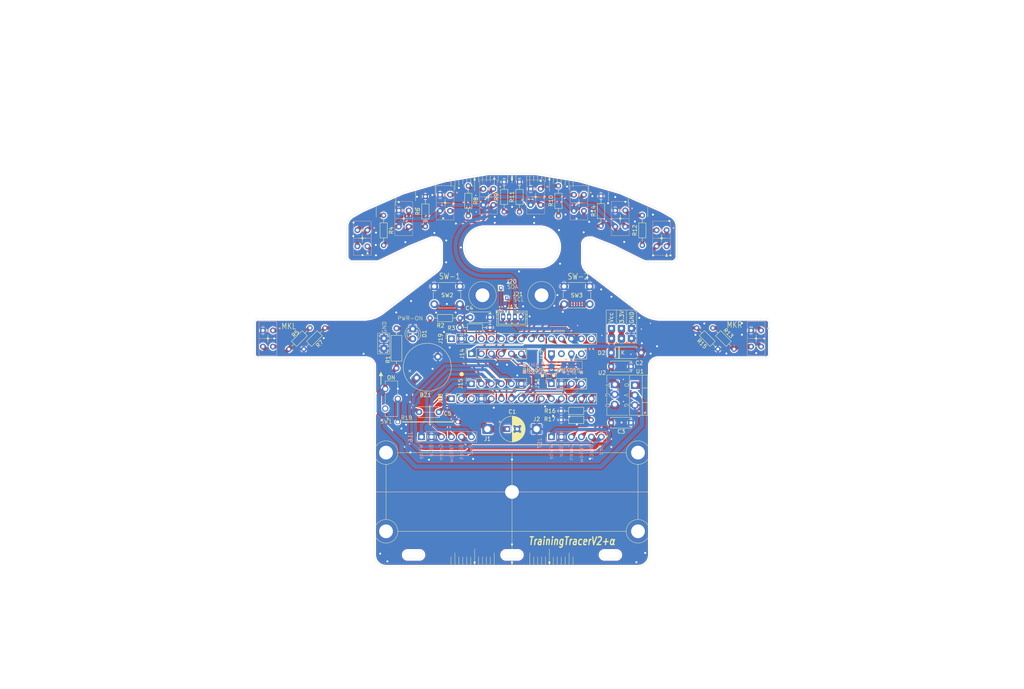
<source format=kicad_pcb>
(kicad_pcb (version 20241229) (generator "pcbnew") (generator_version "9.0")
  (layers (0 "F.Cu" signal) (2 "B.Cu" signal) (13 "F.Paste" user) (15 "B.Paste" user) (5 "F.SilkS" user "F.Silkscreen") (7 "B.SilkS" user "B.Silkscreen") (1 "F.Mask" user) (3 "B.Mask" user) (25 "Edge.Cuts" user))
  (net 0 "")
  (net 1 "Net-(BZ1-+)")
  (net 2 "GND")
  (net 3 "+BATT")
  (net 4 "VCC")
  (net 5 "+3.3V")
  (net 6 "BSEN")
  (net 7 "BUZZER{slash}SP")
  (net 8 "Net-(D1-A)")
  (net 9 "SCL")
  (net 10 "SDA")
  (net 11 "AIN2")
  (net 12 "BIN2")
  (net 13 "AIN1")
  (net 14 "BIN1")
  (net 15 "/motors/BOUT2")
  (net 16 "/motors/AOUT1")
  (net 17 "/motors/AOUT2")
  (net 18 "/motors/BOUT1")
  (net 19 "LHallB")
  (net 20 "LHallA")
  (net 21 "RHallB")
  (net 22 "RHallA")
  (net 24 "MLS")
  (net 25 "MRS")
  (net 26 "SW2")
  (net 27 "SW1")
  (net 28 "Net-(J12-Pin_1)")
  (net 29 "Net-(J12-Pin_3)")
  (net 32 "LLS")
  (net 33 "FLS")
  (net 35 "FRS")
  (net 36 "RRS")
  (net 38 "Net-(PR1-K)")
  (net 39 "Net-(PR2-A)")
  (net 40 "Net-(PR3-A)")
  (net 41 "Net-(PR4-K)")
  (net 42 "Net-(PR5-A)")
  (net 43 "Net-(PR6-K)")
  (net 44 "Net-(PR7-A)")
  (net 45 "Net-(PR8-K)")
  (net 46 "Net-(PR9-A)")
  (net 47 "Net-(PR10-A)")
  (net 52 "Net-(SW1-B)")
  (footprint "Resistor_THT:R_Axial_DIN0204_L3.6mm_D1.6mm_P7.62mm_Horizontal" (layer "F.Cu") (at 170.11 121.68 180)
    (property "Reference" "R17")
    (property "Value" "10k")
  )
  (footprint "Resistor_THT:R_Axial_DIN0204_L3.6mm_D1.6mm_P7.62mm_Horizontal" (layer "F.Cu") (at 172.6 72.41 90)
    (property "Reference" "R14")
    (property "Value" "1k")
  )
  (footprint "TrainingTracer:Switch" (layer "F.Cu") (at 119.4 116.3)
    (property "Reference" "SW1")
    (property "Value" "SW_SPDT")
  )
  (footprint "Connector_Wire:SolderWire-0.75sqmm_1x01_D1.25mm_OD2.3mm" (layer "F.Cu") (at 143.75 124 180)
    (property "Reference" "J1")
    (property "Value" "BATT+")
  )
  (footprint "Capacitor_THT:C_Disc_D5.0mm_W2.5mm_P5.00mm" (layer "F.Cu") (at 175.2 108.1)
    (property "Reference" "C2")
    (property "Value" "0.33uF")
  )
  (footprint "Capacitor_THT:C_Disc_D5.0mm_W2.5mm_P5.00mm" (layer "F.Cu") (at 175.2 122.4)
    (property "Reference" "C3")
    (property "Value" "0.1uF" (hide yes))
  )
  (footprint "Connector_PinSocket_2.54mm:PinSocket_1x04_P2.54mm_Vertical" (layer "F.Cu") (at 160 112.49 90)
    (property "Reference" "J11")
    (property "Value" "BMX055/BNO055-1")
  )
  (footprint "Resistor_THT:R_Axial_DIN0204_L3.6mm_D1.6mm_P7.62mm_Horizontal" (layer "F.Cu") (at 151.9 68.81 90)
    (property "Reference" "R11")
    (property "Value" "1k")
  )
  (footprint "Connector_Wire:SolderWire-0.25sqmm_1x01_D0.65mm_OD1.7mm" (layer "F.Cu") (at 175.26 100.965 90)
    (property "Reference" "J5" (hide yes))
    (property "Value" "Conn_01x01_Socket")
  )
  (footprint "Connector_Wire:SolderWire-0.25sqmm_1x01_D0.65mm_OD1.7mm" (layer "F.Cu") (at 117.475 100.965)
    (property "Reference" "J9" (hide yes))
    (property "Value" "Conn_01x01_Socket")
  )
  (footprint "Capacitor_THT:C_Disc_D5.0mm_W2.5mm_P5.00mm" (layer "F.Cu") (at 139.4 95.6)
    (property "Reference" "C4")
    (property "Value" "0.1uF")
  )
  (footprint "Package_TO_SOT_THT:TO-220-3_Vertical" (layer "F.Cu") (at 176.1 112.66 -90)
    (property "Reference" "U2")
    (property "Value" "LM2931-3.3_TO220")
  )
  (footprint "Resistor_THT:R_Axial_DIN0204_L3.6mm_D1.6mm_P7.62mm_Horizontal" (layer "F.Cu") (at 196.905924 98.3 -45)
    (property "Reference" "R15")
    (property "Value" "1k")
  )
  (footprint "Connector_Wire:SolderWire-0.25sqmm_1x01_D0.65mm_OD1.7mm" (layer "F.Cu") (at 180.34 98.425)
    (property "Reference" "J7" (hide yes))
    (property "Value" "Conn_01x01_Socket")
  )
  (footprint "Connector_PinSocket_2.54mm:PinSocket_1x06_P2.54mm_Vertical" (layer "F.Cu") (at 139.68 112.49 90)
    (property "Reference" "J15")
    (property "Value" "DRV8835_2")
  )
  (footprint "Resistor_THT:R_Axial_DIN0204_L3.6mm_D1.6mm_P7.62mm_Horizontal" (layer "F.Cu") (at 183.1 77.31 90)
    (property "Reference" "R12")
    (property "Value" "33")
  )
  (footprint "Resistor_THT:R_Axial_DIN0204_L3.6mm_D1.6mm_P7.62mm_Horizontal" (layer "F.Cu") (at 148 68.81 90)
    (property "Reference" "R9")
    (property "Value" "1k")
  )
  (footprint "Resistor_THT:R_Axial_DIN0204_L3.6mm_D1.6mm_P7.62mm_Horizontal" (layer "F.Cu") (at 136.79 98.2)
    (property "Reference" "R3")
    (property "Value" "10k")
  )
  (footprint "Resistor_THT:R_Axial_DIN0204_L3.6mm_D1.6mm_P7.62mm_Horizontal" (layer "F.Cu") (at 138.9 62.19 -90)
    (property "Reference" "R8")
    (property "Value" "33")
  )
  (footprint "Button_Switch_THT:SW_PUSH_6mm_H7.3mm" (layer "F.Cu") (at 163.25 87.75)
    (property "Reference" "SW3")
    (property "Value" "SW2")
  )
  (footprint "Resistor_THT:R_Axial_DIN0204_L3.6mm_D1.6mm_P7.62mm_Horizontal" (layer "F.Cu") (at 93.305924 103.694077 45)
    (property "Reference" "R5")
    (property "Value" "75")
  )
  (footprint "Connector_PinSocket_2.54mm:PinSocket_1x15_P2.54mm_Vertical" (layer "F.Cu") (at 134.6 116.3 90)
    (property "Reference" "J18")
    (property "Value" "NUCLEO-F303K8")
  )
  (footprint "Connector_Wire:SolderWire-0.25sqmm_1x01_D0.65mm_OD1.7mm" (layer "F.Cu") (at 177.8 100.965 90)
    (property "Reference" "J3" (hide yes))
    (property "Value" "Conn_01x01_Socket")
  )
  (footprint "LED_THT:LED_D3.0mm" (layer "F.Cu") (at 124.8 98.53 -90)
    (property "Reference" "D1")
    (property "Value" "LED_BLUE")
  )
  (footprint "Resistor_THT:R_Axial_DIN0207_L6.3mm_D2.5mm_P10.16mm_Horizontal" (layer "F.Cu") (at 120.65 108.56 90)
    (property "Reference" "R1")
    (property "Value" "1k")
  )
  (footprint "Connector_Wire:SolderWire-0.75sqmm_1x01_D1.25mm_OD2.3mm" (layer "F.Cu") (at 156.25 124)
    (property "Reference" "J2")
    (property "Value" "BATT-")
  )
  (footprint "Connector_PinHeader_1.00mm:PinHeader_1x01_P1.00mm_Vertical" (layer "F.Cu") (at 148.65 90.75)
    (property "Reference" "J21")
    (property "Value" "SCL")
  )
  (footprint "Button_Switch_THT:SW_PUSH_6mm_H7.3mm" (layer "F.Cu") (at 130.25 87.75)
    (property "Reference" "SW2")
    (property "Value" "SW1")
  )
  (footprint "Connector_Wire:SolderWire-0.25sqmm_1x01_D0.65mm_OD1.7mm" (layer "F.Cu") (at 117.475 103.505 90)
    (property "Reference" "J10" (hide yes))
    (property "Value" "Conn_01x01_Socket")
  )
  (footprint "Package_TO_SOT_THT:TO-220-3_Vertical" (layer "F.Cu") (at 181.2 112.86 -90)
    (property "Reference" "U1")
    (property "Value" "NJU7223F-33")
  )
  (footprint "Capacitor_THT:C_Disc_D5.0mm_W2.5mm_P5.00mm" (layer "F.Cu") (at 131.4 119.7 180)
    (property "Reference" "C5")
    (property "Value" "1uF")
  )
  (footprint "Connector_PinSocket_2.54mm:PinSocket_1x06_P2.54mm_Vertical" (layer "F.Cu") (at 139.68 104.87 90)
    (property "Reference" "J14")
    (property "Value" "DRV8835_1")
  )
  (footprint "Connector_JST:JST_ZH_B4B-ZR_1x04_P1.50mm_Vertical" (layer "F.Cu") (at 147.75 95.45)
    (property "Reference" "J13")
    (property "Value" "OLED_DSP")
  )
  (footprint "TrainingTracer:jmp_15.24mm" (layer "F.Cu") (at 128.6 122.2 180)
    (property "Reference" "R18")
    (property "Value" "0")
  )
  (footprint "Resistor_THT:R_Axial_DIN0204_L3.6mm_D1.6mm_P7.62mm_Horizontal" (layer "F.Cu") (at 206.394077 103.694077 135)
    (property "Reference" "R13")
    (property "Value" "75")
  )
  (footprint "Buzzer_Beeper:Buzzer_12x9.5RM7.6" (layer "F.Cu") (at 125.787994 110.987006 45)
    (property "Reference" "BZ1")
    (property "Value" "Buzzer")
  )
  (footprint "Diode_THT:D_A-405_P7.62mm_Horizontal" (layer "F.Cu") (at 175.19 104.6)
    (property "Reference" "D2")
    (property "Value" "D_Small_Filled")
  )
  (footprint "Connector_Wire:SolderWire-0.25sqmm_1x01_D0.65mm_OD1.7mm" (layer "F.Cu") (at 180.34 100.965 90)
    (property "Reference" "J8" (hide yes))
    (property "Value" "Conn_01x01_Socket")
  )
  (footprint "Connector_PinSocket_2.54mm:PinSocket_1x15_P2.54mm_Vertical" (layer "F.Cu") (at 134.6 101.06 90)
    (property "Reference" "J19")
    (property "Value" "NUCLEO-F303K8")
  )
  (footprint "Resistor_THT:R_Axial_DIN0204_L3.6mm_D1.6mm_P7.62mm_Horizontal" (layer "F.Cu") (at 170.11 119.4 180)
    (property "Reference" "R16")
    (property "Value" "10k")
  )
  (footprint "Connector_Wire:SolderWire-0.25sqmm_1x01_D0.65mm_OD1.7mm" (layer "F.Cu") (at 175.26 98.425 90)
    (property "Reference" "J6" (hide yes))
    (property "Value" "Conn_01x01_Socket")
  )
  (footprint "Connector_PinHeader_1.00mm:PinHeader_1x01_P1.00mm_Vertical" (layer "F.Cu") (at 147.175 88.15)
    (property "Reference" "J20")
    (property "Value" "SDL")
  )
  (footprint "Resistor_THT:R_Axial_DIN0204_L3.6mm_D1.6mm_P7.62mm_Horizontal" (layer "F.Cu") (at 102.494077 98.305924 -135)
    (property "Reference" "R7")
    (property "Value" "1k")
  )
  (footprint "Resistor_THT:R_Axial_DIN0204_L3.6mm_D1.6mm_P7.62mm_Horizontal" (layer "F.Cu") (at 128 72.51 90)
    (property "Reference" "R6")
    (property "Value" "1k")
  )
  (footprint "Connector_PinSocket_2.54mm:PinSocket_1x04_P2.54mm_Vertical" (layer "F.Cu") (at 160.01 104.87 90)
    (property "Reference" "J12")
    (property "Value" "BMX055/BNO055-2")
  )
  (footprint "Resistor_THT:R_Axial_DIN0204_L3.6mm_D1.6mm_P7.62mm_Horizontal" (layer "F.Cu") (at 129.19 95.8)
    (property "Reference" "R2")
    (property "Value" "20k")
  )
  (footprint "Resistor_THT:R_Axial_DIN0204_L3.6mm_D1.6mm_P7.62mm_Horizontal" (layer "F.Cu") (at 161.8 69.82 90)
    (property "Reference" "R10")
    (property "Value" "33")
  )
  (footprint "Connector_Wire:SolderWire-0.25sqmm_1x01_D0.65mm_OD1.7mm" (layer "F.Cu") (at 177.8 98.425 90)
    (property "Reference" "J4" (hide yes))
    (property "Value" "Conn_01x01_Socket")
  )
  (footprint "Capacitor_THT:CP_Radial_D6.3mm_P2.50mm" (layer "F.Cu") (at 148.817621 124)
    (property "Reference" "C1")
    (property "Value" "C_Polarized")
  )
  (footprint "Resistor_THT:R_Axial_DIN0204_L3.6mm_D1.6mm_P7.62mm_Horizontal" (layer "F.Cu") (at 117.4 69.69 -90)
    (property "Reference" "R4")
    (property "Value" "33")
  )
  (footprint "PhotoSensor_THD_org:LED-AK_PTR_CE_p410xp254" (layer "B.Cu") (at 177.5 70.5 90)
    (property "Reference" "PR9" (hide yes))
    (property "Value" "LBR-127HLD")
  )
  (footprint "Connector_PinSocket_2.54mm:PinSocket_1x06_P2.54mm_Vertical" (layer "B.Cu") (at 160 126 -90)
    (property "Reference" "J17")
    (property "Value" "PINHD-1x6(MOTO-R)")
  )
  (footprint "PhotoSensor_THD_org:LED-AK_PTR_CE_p410xp254" (layer "B.Cu") (at 156 65 90)
    (property "Reference" "PR7" (hide yes))
    (property "Value" "LBR-127HLD")
  )
  (footprint "PhotoSensor_THD_org:LED-AK_PTR_CE_p410xp254" (layer "B.Cu") (at 122.5 70.5 90)
    (property "Reference" "PR2" (hide yes))
    (property "Value" "LBR-127HLD")
  )
  (footprint "PhotoSensor_THD_org:LED-AK_PTR_CE_p410xp254" (layer "B.Cu") (at 144 65 90)
    (property "Reference" "PR4" (hide yes))
    (property "Value" "LBR-127HLD")
  )
  (footprint "Connector_PinSocket_2.54mm:PinSocket_1x06_P2.54mm_Vertical" (layer "B.Cu") (at 127 126 -90)
    (property "Reference" "J16")
    (property "Value" "PINHD-1x6(MOTOR-L)")
  )
  (footprint "PhotoSensor_THD_org:LED-AK_PTR_CE_p410xp254" (layer "B.Cu") (at 188 75.5 90)
    (property "Reference" "PR8" (hide yes))
    (property "Value" "LBR-127HLD")
  )
  (footprint "PhotoSensor_THD_org:LED-AK_PTR_CE_p410xp254" (layer "B.Cu") (at 212 101 90)
    (property "Reference" "PR10" (hide yes))
    (property "Value" "LBR-127HLD")
  )
  (footprint "Jumper:SolderJumper-3_P2.0mm_Open_TrianglePad1.0x1.5mm" (layer "B.Cu") (at 165.1 107.7)
    (property "Reference" "JP1")
    (property "Value" "BMX_VCC/BNO_GND")
  )
  (footprint "Jumper:SolderJumper-2_P1.3mm_Open_TrianglePad1.0x1.5mm" (layer "B.Cu") (at 160.01 108.69 -90)
    (property "Reference" "JP2")
    (property "Value" "BMX055_ON")
  )
  (footprint "PhotoSensor_THD_org:LED-AK_PTR_CE_p410xp254" (layer "B.Cu") (at 133 66.5 90)
    (property "Reference" "PR5" (hide yes))
    (property "Value" "LBR-127HLD")
  )
  (footprint "PhotoSensor_THD_org:LED-AK_PTR_CE_p410xp254" (layer "B.Cu") (at 88 101 90)
    (property "Reference" "PR3" (hide yes))
    (property "Value" "LBR-127HLD")
  )
  (footprint "PhotoSensor_THD_org:LED-AK_PTR_CE_p410xp254" (layer "B.Cu") (at 112 75.5 90)
    (property "Reference" "PR1" (hide yes))
    (property "Value" "LBR-127HLD")
  )
  (footprint "PhotoSensor_THD_org:LED-AK_PTR_CE_p410xp254" (layer "B.Cu") (at 167 66.5 90)
    (property "Reference" "PR6" (hide yes))
    (property "Value" "LBR-127HLD")
  )
  (gr_arc (start 143 85.1) (mid 135.6 77.7) (end 143 70.3) (stroke (width 1)) (layer "B.Cu") (net 5))
  (gr_line (start 159.5 158.5) (end 159.5 154.5) (stroke (width 0.1)) (layer "F.SilkS"))
  (gr_line (start 111 75.5) (end 113 75.5) (stroke (width 0.1)) (layer "F.SilkS"))
  (gr_line (start 212 100) (end 212 102) (stroke (width 0.1)) (layer "F.SilkS"))
  (gr_poly (pts (xy 150 158.5) (xy 150.25 157.725) (xy 149.75 157.725)) (stroke (width 0.1)) (fill yes) (layer "F.SilkS"))
  (gr_poly (pts (xy 140.5 60.025) (xy 140.25 60.8) (xy 140.75 60.8)) (stroke (width 0.1)) (fill yes) (layer "F.SilkS"))
  (gr_arc (start 115.500048 128.341616) (mid 118.866067 127.127732) (end 121 130) (stroke (width 0.1)) (layer "F.SilkS"))
  (gr_circle (center 177.5 70.5) (end 177.5 70.25) (stroke (width 0.1)) (fill yes) (layer "F.SilkS"))
  (gr_line (start 138.5 158.5) (end 138.5 156.5) (stroke (width 0.1)) (layer "F.SilkS"))
  (gr_line (start 156.5 59.625) (end 156.5 61.125) (stroke (width 0.1)) (layer "F.SilkS"))
  (gr_line (start 118 133) (end 118 147) (stroke (width 0.1)) (layer "F.SilkS"))
  (gr_line (start 158.5 158.5) (end 158.5 156.5) (stroke (width 0.1)) (layer "F.SilkS"))
  (gr_poly (pts (xy 159.5 158.5) (xy 159.75 157.725) (xy 159.25 157.725)) (stroke (width 0.1)) (fill yes) (layer "F.SilkS"))
  (gr_line (start 153.7 59.6) (end 153.7 61.1) (stroke (width 0.1)) (layer "F.SilkS"))
  (gr_line (start 181 93.75) (end 181.65 94.4) (stroke (width 0.1)) (layer "F.SilkS"))
  (gr_line (start 148.9 59.5) (end 148.9 61) (stroke (width 0.1)) (layer "F.SilkS"))
  (gr_line (start 150 157.525) (end 150 158.5) (stroke (width 0.1)) (layer "F.SilkS"))
  (gr_line (start 140.5 60.025) (end 140.5 63.525) (stroke (width 0.1)) (layer "F.SilkS"))
  (gr_line (start 178.5 70.5) (end 176.5 70.5) (stroke (width 0.1)) (layer "F.SilkS"))
  (gr_line (start 87 101) (end 89 101) (stroke (width 0.1)) (layer "F.SilkS"))
  (gr_arc (start 115.51922 148.31307) (mid 118.882514 147.132741) (end 121 150) (stroke (width 0.1)) (layer "F.SilkS"))
  (gr_arc (start 121 150) (mid 118.862704 152.873281) (end 115.496172 151.652527) (stroke (width 0.1)) (layer "F.SilkS"))
  (gr_poly (pts (xy 113.3 78.95) (xy 113.05 79.525) (xy 113.55 79.525)) (stroke (width 0.1)) (fill yes) (layer "F.SilkS"))
  (gr_line (start 181.65 94.4) (end 181.65 102.215) (stroke (width 0.1)) (layer "F.SilkS"))
  (gr_line (start 162.5 158.5) (end 162.5 156.5) (stroke (width 0.1)) (layer "F.SilkS"))
  (gr_line (start 158.675 106.675) (end 158.675 110.7) (stroke (width 0.1)) (layer "F.SilkS"))
  (gr_line (start 144 64) (end 144 66) (stroke (width 0.1)) (layer "F.SilkS"))
  (gr_line (start 176.53 102.2) (end 176.53 93.75) (stroke (width 0.1)) (layer "F.SilkS"))
  (gr_line (start 135.5 158.5) (end 135.5 155.5) (stroke (width 0.1)) (layer "F.SilkS"))
  (gr_line (start 154.5 59.625) (end 154.5 62) (stroke (width 0.1)) (layer "F.SilkS"))
  (gr_circle (center 144 65) (end 144 64.75) (stroke (width 0.1)) (fill yes) (layer "F.SilkS"))
  (gr_circle (center 133 66.5) (end 133 66.25) (stroke (width 0.1)) (fill yes) (layer "F.SilkS"))
  (gr_line (start 88 100) (end 88 102) (stroke (width 0.1)) (layer "F.SilkS"))
  (gr_line (start 187 75.5) (end 189 75.5) (stroke (width 0.1)) (layer "F.SilkS"))
  (gr_line (start 145 65) (end 143 65) (stroke (width 0.1)) (layer "F.SilkS"))
  (gr_poly (pts (xy 140.5 158.5) (xy 140.75 157.725) (xy 140.25 157.725)) (stroke (width 0.1)) (fill yes) (layer "F.SilkS"))
  (gr_circle (center 160.6 110.4) (end 161 110.4) (stroke (width 0.1)) (fill yes) (layer "F.SilkS"))
  (gr_line (start 160.5 60.125) (end 160.5 61.625) (stroke (width 0.1)) (layer "F.SilkS"))
  (gr_line (start 184.5 67.6) (end 184.5 70.1) (stroke (width 0.1)) (layer "F.SilkS"))
  (gr_line (start 143.5 59.65) (end 143.5 61.15) (stroke (width 0.1)) (layer "F.SilkS"))
  (gr_line (start 164.5 158.5) (end 164.5 155.5) (stroke (width 0.1)) (layer "F.SilkS"))
  (gr_poly (pts (xy 134.85 67.225) (xy 135.5 66.65) (xy 135 66.375)) (stroke (width 0.1)) (fill yes) (layer "F.SilkS"))
  (gr_circle (center 88 101) (end 88 100.75) (stroke (width 0.1)) (fill yes) (layer "F.SilkS"))
  (gr_line (start 182 133) (end 182 147) (stroke (width 0.1)) (layer "F.SilkS"))
  (gr_line (start 157.5 59.75) (end 157.5 61.25) (stroke (width 0.1)) (layer "F.SilkS"))
  (gr_line (start 174.075 117.45) (end 174.075 115.9) (stroke (width 0.1)) (layer "F.SilkS"))
  (gr_line (start 140.5 158.5) (end 140.5 154.5) (stroke (width 0.1)) (layer "F.SilkS"))
  (gr_line (start 139.5 60.15) (end 139.5 61.65) (stroke (width 0.1)) (layer "F.SilkS"))
  (gr_poly (pts (xy 116.7 109.625) (xy 116.3 110.475) (xy 117.1 110.475)) (stroke (width 0.2)) (fill yes) (layer "F.SilkS"))
  (gr_circle (center 157.5 90) (end 161 90) (stroke (width 0.1)) (fill no) (layer "F.SilkS"))
  (gr_line (start 169.5 62.1) (end 169.5 64.6) (stroke (width 0.1)) (layer "F.SilkS"))
  (gr_line (start 164.5 60.7) (end 164.5 63.2) (stroke (width 0.1)) (layer "F.SilkS"))
  (gr_line (start 179.07 93.75) (end 181 93.75) (stroke (width 0.1)) (layer "F.SilkS"))
  (gr_line (start 155.5 158.5) (end 155.5 156.5) (stroke (width 0.1)) (layer "F.SilkS"))
  (gr_circle (center 122.5 70.5) (end 122.5 70.25) (stroke (width 0.1)) (fill yes) (layer "F.SilkS"))
  (gr_line (start 133 65.5) (end 133 67.5) (stroke (width 0.1)) (layer "F.SilkS"))
  (gr_line (start 142.5 158.5) (end 142.5 156.5) (stroke (width 0.1)) (layer "F.SilkS"))
  (gr_line (start 188 74.5) (end 188 76.5) (stroke (width 0.1)) (layer "F.SilkS"))
  (gr_poly (pts (xy 159.5 60) (xy 159.25 60.775) (xy 159.75 60.775)) (stroke (width 0.1)) (fill yes) (layer "F.SilkS"))
  (gr_line (start 134 66.5) (end 132 66.5) (stroke (width 0.1)) (layer "F.SilkS"))
  (gr_line (start 174.1 112.325) (end 174.1 110.29) (stroke (width 0.1)) (layer "F.SilkS"))
  (gr_line (start 173.95 93.75) (end 173.95 102.2) (stroke (width 0.1)) (layer "F.SilkS"))
  (gr_line (start 167 65.5) (end 167 67.5) (stroke (width 0.1)) (layer "F.SilkS"))
  (gr_line (start 151 59.5) (end 151 61) (stroke (width 0.1)) (layer "F.SilkS"))
  (gr_line (start 137.5 158.5) (end 137.5 156.5) (stroke (width 0.1)) (layer "F.SilkS"))
  (gr_line (start 162.5 60.4) (end 162.5 61.65) (stroke (width 0.1)) (layer "F.SilkS"))
  (gr_line (start 139.5 158.5) (end 139.5 156.5) (stroke (width 0.1)) (layer "F.SilkS"))
  (gr_line (start 136.5 158.5) (end 136.5 156.5) (stroke (width 0.1)) (layer "F.SilkS"))
  (gr_arc (start 184.457696 131.720387) (mid 181.098082 132.861214) (end 179 130) (stroke (width 0.1)) (layer "F.SilkS"))
  (gr_line (start 134.5 60.9) (end 134.5 62.4) (stroke (width 0.1)) (layer "F.SilkS"))
  (gr_line (start 115.5 67.6) (end 115.5 70.1) (stroke (width 0.1)) (layer "F.SilkS"))
  (gr_poly (pts (xy 150 59.5) (xy 149.75 60.275) (xy 150.25 60.275)) (stroke (width 0.1)) (fill yes) (layer "F.SilkS"))
  (gr_arc (start 120.999952 129.991616) (mid 118.866019 132.863884) (end 115.5 131.65) (stroke (width 0.1)) (layer "F.SilkS"))
  (gr_line (start 130.5 62) (end 130.5 64.5) (stroke (width 0.1)) (layer "F.SilkS"))
  (gr_line (start 121 130) (end 179 130) (stroke (width 0.1)) (layer "F.SilkS"))
  (gr_line (start 127.425 119.725) (end 130.375 119.725) (stroke (width 0.1)) (layer "F.SilkS"))
  (gr_line (start 145.5 158.5) (end 145.5 155.5) (stroke (width 0.1)) (layer "F.SilkS"))
  (gr_line (start 146.5 59.65) (end 146.5 61.2) (stroke (width 0.1)) (layer "F.SilkS"))
  (gr_circle (center 156 65) (end 156 64.75) (stroke (width 0.1)) (fill yes) (layer "F.SilkS"))
  (gr_line (start 159.5 60) (end 159.5 63.525) (stroke (width 0.1)) (layer "F.SilkS"))
  (gr_line (start 136.5 60.625) (end 136.5 62.125) (stroke (width 0.1)) (layer "F.SilkS"))
  (gr_line (start 181.65 102.215) (end 179.07 102.2) (stroke (width 0.1)) (layer "F.SilkS"))
  (gr_line (start 144.5 59.65) (end 144.5 61.15) (stroke (width 0.1)) (layer "F.SilkS"))
  (gr_line (start 174.1 120.5) (end 179.45 120.51) (stroke (width 0.1)) (layer "F.SilkS"))
  (gr_line (start 211 101) (end 213 101) (stroke (width 0.1)) (layer "F.SilkS"))
  (gr_line (start 174.5 63.6) (end 174.5 66.1) (stroke (width 0.1)) (layer "F.SilkS"))
  (gr_circle (center 142.5 90) (end 146 90) (stroke (width 0.1)) (fill no) (layer "F.SilkS"))
  (gr_line (start 177.5 69.5) (end 177.5 71.5) (stroke (width 0.1)) (layer "F.SilkS"))
  (gr_line (start 160.5 158.5) (end 160.5 156.5) (stroke (width 0.1)) (layer "F.SilkS"))
  (gr_line (start 176.525 102.2) (end 173.95 102.2) (stroke (width 0.1)) (layer "F.SilkS"))
  (gr_line (start 158.5 59.875) (end 158.5 61.25) (stroke (width 0.1)) (layer "F.SilkS"))
  (gr_rect (start 157.4 110.05) (end 158.1 110.75) (stroke (width 0.1)) (fill yes) (layer "F.SilkS"))
  (gr_line (start 144.5 158.5) (end 144.5 156.5) (stroke (width 0.1)) (layer "F.SilkS"))
  (gr_line (start 163.5 60.6) (end 163.5 62.1) (stroke (width 0.1)) (layer "F.SilkS"))
  (gr_arc (start 184.526814 151.617161) (mid 181.157516 152.879274) (end 179 150) (stroke (width 0.1)) (layer "F.SilkS"))
  (gr_line (start 179.07 102.2) (end 179.07 93.75) (stroke (width 0.1)) (layer "F.SilkS"))
  (gr_line (start 155.5 59.625) (end 155.5 61.125) (stroke (width 0.1)) (layer "F.SilkS"))
  (gr_line (start 137.5 60.425) (end 137.5 61.675) (stroke (width 0.1)) (layer "F.SilkS"))
  (gr_line (start 145.5 59.65) (end 145.5 62.025) (stroke (width 0.1)) (layer "F.SilkS"))
  (gr_circle (center 188 75.5) (end 188 75.25) (stroke (width 0.1)) (fill yes) (layer "F.SilkS"))
  (gr_line (start 165.5 158.475) (end 165.5 156.475) (stroke (width 0.1)) (layer "F.SilkS"))
  (gr_arc (start 179 150) (mid 181.157516 147.120726) (end 184.526814 148.382839) (stroke (width 0.1)) (layer "F.SilkS"))
  (gr_circle (center 137.2 110.05) (end 137.7 110.05) (stroke (width 0.1)) (fill yes) (layer "F.SilkS"))
  (gr_line (start 179.07 93.75) (end 176.53 93.75) (stroke (width 0.1)) (layer "F.SilkS"))
  (gr_line (start 161.5 60.3) (end 161.5 61.3) (stroke (width 0.1)) (layer "F.SilkS"))
  (gr_line (start 143.5 158.5) (end 143.5 156.5) (stroke (width 0.1)) (layer "F.SilkS"))
  (gr_line (start 116.7 112.675) (end 116.7 109.625) (stroke (width 0.2)) (layer "F.SilkS"))
  (gr_line (start 135.5 60.725) (end 135.5 63.225) (stroke (width 0.1)) (layer "F.SilkS"))
  (gr_line (start 121 150) (end 179 150) (stroke (width 0.1)) (layer "F.SilkS"))
  (gr_circle (center 167 66.5) (end 167 66.25) (stroke (width 0.1)) (fill yes) (layer "F.SilkS"))
  (gr_line (start 125.5 63.5) (end 125.5 66) (stroke (width 0.1)) (layer "F.SilkS"))
  (gr_line (start 115.5 140) (end 184.5 140) (stroke (width 0.1)) (layer "F.SilkS"))
  (gr_line (start 150 59.5) (end 150 61.5) (stroke (width 0.1)) (layer "F.SilkS"))
  (gr_line (start 138.5 60.325) (end 138.5 61.325) (stroke (width 0.1)) (layer "F.SilkS"))
  (gr_poly (pts (xy 158.025 65.425) (xy 158.575 64.875) (xy 158.075 64.675)) (stroke (width 0.1)) (fill yes) (layer "F.SilkS"))
  (gr_poly (pts (xy 189.275 79.375) (xy 189.025 80.15) (xy 189.525 80.15)) (stroke (width 0.1)) (fill yes) (layer "F.SilkS"))
  (gr_line (start 142.5 59.775) (end 142.5 61.275) (stroke (width 0.1)) (layer "F.SilkS"))
  (gr_line (start 161.5 158.5) (end 161.5 156.5) (stroke (width 0.1)) (layer "F.SilkS"))
  (gr_line (start 134.5 158.475) (end 134.5 156.475) (stroke (width 0.1)) (layer "F.SilkS"))
  (gr_line (start 150 154.45) (end 150 130) (stroke (width 0.1)) (layer "F.SilkS"))
  (gr_line (start 157.5 158.5) (end 157.5 156.5) (stroke (width 0.1)) (layer "F.SilkS"))
  (gr_line (start 154.5 158.5) (end 154.5 155.5) (stroke (width 0.1)) (layer "F.SilkS"))
  (gr_line (start 112 74.5) (end 112 76.5) (stroke (width 0.1)) (layer "F.SilkS"))
  (gr_line (start 141.5 59.9) (end 141.5 61.275) (stroke (width 0.1)) (layer "F.SilkS"))
  (gr_line (start 120.5 65.3) (end 120.5 67.3) (stroke (width 0.1)) (layer "F.SilkS"))
  (gr_rect (start 115.85 99.65) (end 118.95 104.9) (stroke (width 0.1)) (fill no) (layer "F.SilkS"))
  (gr_circle (center 112 75.5) (end 112 75.25) (stroke (width 0.1)) (fill yes) (layer "F.SilkS"))
  (gr_line (start 123.5 70.5) (end 121.5 70.5) (stroke (width 0.1)) (layer "F.SilkS"))
  (gr_line (start 156.5 158.5) (end 156.5 156.5) (stroke (width 0.1)) (layer "F.SilkS"))
  (gr_line (start 163.5 158.5) (end 163.5 156.5) (stroke (width 0.1)) (layer "F.SilkS"))
  (gr_line (start 168 66.5) (end 166 66.5) (stroke (width 0.1)) (layer "F.SilkS"))
  (gr_circle (center 212 101) (end 212 100.75) (stroke (width 0.1)) (fill yes) (layer "F.SilkS"))
  (gr_line (start 161.3 106.675) (end 161.3 110.7) (stroke (width 0.1)) (layer "F.SilkS"))
  (gr_line (start 141.5 158.5) (end 141.5 156.5) (stroke (width 0.1)) (layer "F.SilkS"))
  (gr_line (start 165.5 61) (end 165.5 62.5) (stroke (width 0.1)) (layer "F.SilkS"))
  (gr_line (start 174.1 118.625) (end 174.1 120.5) (stroke (width 0.1)) (layer "F.SilkS"))
  (gr_line (start 174.1 110.29) (end 179.65 110.29) (stroke (width 0.1)) (layer "F.SilkS"))
  (gr_line (start 156 64) (end 156 66) (stroke (width 0.1)) (layer "F.SilkS"))
  (gr_line (start 157 65) (end 155 65) (stroke (width 0.1)) (layer "F.SilkS"))
  (gr_arc (start 179 130) (mid 181.137296 127.126719) (end 184.503828 128.347473) (stroke (width 0.1)) (layer "F.SilkS"))
  (gr_line (start 122.5 69.5) (end 122.5 71.5) (stroke (width 0.1)) (layer "F.SilkS"))
  (gr_line (start 174.1 114.825) (end 174.1 113.275) (stroke (width 0.1)) (layer "F.SilkS"))
  (gr_line (start 176.53 93.75) (end 173.95 93.75) (stroke (width 0.1)) (layer "F.SilkS"))
  (gr_line (start 179.07 102.2) (end 176.53 102.2) (stroke (width 0.1)) (layer "F.SilkS"))
  (gr_line (start 179.5 65.4) (end 179.5 67.6) (stroke (width 0.1)) (layer "F.SilkS"))
  (gr_circle (center 157.825 107.225) (end 158.175 107.225) (stroke (width 0.1)) (fill yes) (layer "B.SilkS"))
  (gr_circle (center 163.2 109.55) (end 163.55 109.55) (stroke (width 0.1)) (fill yes) (layer "B.SilkS"))
  (gr_rect (start 167.25 109.25) (end 167.95 109.95) (stroke (width 0.1)) (fill yes) (layer "B.SilkS"))
  (gr_line (start 115.5 140) (end 184.5 140) (stroke (width 0.1)) (layer "B.SilkS"))
  (gr_arc (start 185 108) (mid 185.585786 106.585786) (end 187 106) (stroke (width 0.05)) (layer "Edge.Cuts"))
  (gr_line (start 130.82235 83.900556) (end 117.151333 94.354863) (stroke (width 0.05)) (layer "Edge.Cuts"))
  (gr_arc (start 126.5 155) (mid 127.5 156) (end 126.5 157) (stroke (width 0.05)) (layer "Edge.Cuts"))
  (gr_line (start 144 59) (end 133.176703 60.771085) (stroke (width 0.05)) (layer "Edge.Cuts"))
  (gr_arc (start 132.82799 60.849728) (mid 133.001174 60.805206) (end 133.176703 60.771085) (stroke (width 0.05)) (layer "Edge.Cuts"))
  (gr_line (start 123.5 157) (end 126.5 157) (stroke (width 0.05)) (layer "Edge.Cuts"))
  (gr_arc (start 111.860511 68.530206) (mid 112.001946 68.453848) (end 112.147268 68.385174) (stroke (width 0.05)) (layer "Edge.Cuts"))
  (gr_line (start 168 81.517482) (end 168 77) (stroke (width 0.05)) (layer "Edge.Cuts"))
  (gr_line (start 132 77) (end 132 81.517482) (stroke (width 0.05)) (layer "Edge.Cuts"))
  (gr_line (start 176.5 155) (end 173.5 155) (stroke (width 0.05)) (layer "Edge.Cuts"))
  (gr_arc (start 157 72.7) (mid 162 77.7) (end 157 82.7) (stroke (width 0.05)) (layer "Edge.Cuts"))
  (gr_line (start 118 159) (end 182 159) (stroke (width 0.05)) (layer "Edge.Cuts"))
  (gr_arc (start 151.5 155) (mid 152.5 156) (end 151.5 157) (stroke (width 0.05)) (layer "Edge.Cuts"))
  (gr_arc (start 190.495414 69.884863) (mid 191.596759 70.983289) (end 192 72.485582) (stroke (width 0.05)) (layer "Edge.Cuts"))
  (gr_arc (start 113 106) (mid 114.414214 106.585786) (end 115 108) (stroke (width 0.05)) (layer "Edge.Cuts"))
  (gr_arc (start 155.756167 59) (mid 155.999199 59.00986) (end 156.240633 59.039376) (stroke (width 0.05)) (layer "Edge.Cuts"))
  (gr_arc (start 117.151333 94.354863) (mid 114.85699 95.577563) (end 112.291732 96) (stroke (width 0.05)) (layer "Edge.Cuts"))
  (gr_arc (start 170.15903 75.5) (mid 170.346609 75.517756) (end 170.527531 75.570373) (stroke (width 0.05)) (layer "Edge.Cuts"))
  (gr_line (start 126.5 155) (end 123.5 155) (stroke (width 0.05)) (layer "Edge.Cuts"))
  (gr_arc (start 148.5 157) (mid 147.5 156) (end 148.5 155) (stroke (width 0.05)) (layer "Edge.Cuts"))
  (gr_line (start 187 106) (end 214.5 106) (stroke (width 0.05)) (layer "Edge.Cuts"))
  (gr_arc (start 166.823297 60.771085) (mid 166.998825 60.80521) (end 167.17201 60.849728) (stroke (width 0.05)) (layer "Edge.Cuts"))
  (gr_arc (start 169.17765 83.900556) (mid 168.310485 82.846569) (end 168 81.517482) (stroke (width 0.05)) (layer "Edge.Cuts"))
  (gr_arc (start 187.852732 68.385174) (mid 187.998054 68.453848) (end 188.139489 68.530206) (stroke (width 0.05)) (layer "Edge.Cuts"))
  (gr_arc (start 85.5 106) (mid 84.792893 105.707107) (end 84.5 105) (stroke (width 0.05)) (layer "Edge.Cuts"))
  (gr_arc (start 109.500007 81.6) (mid 108.43934 81.16066) (end 108 80.099993) (stroke (width 0.05)) (layer "Edge.Cuts"))
  (gr_line (start 175.9 77.7) (end 170.527531 75.570373) (stroke (width 0.05)) (layer "Edge.Cuts"))
  (gr_arc (start 177.357717 63.794411) (mid 177.547725 63.85627) (end 177.733194 63.93064) (stroke (width 0.05)) (layer "Edge.Cuts"))
  (gr_line (start 192 80.1) (end 192 72.485582) (stroke (width 0.05)) (layer "Edge.Cuts"))
  (gr_arc (start 185 156) (mid 184.12132 158.12132) (end 182 159) (stroke (width 0.05)) (layer "Edge.Cuts"))
  (gr_line (start 185 156) (end 185 127.55) (stroke (width 0.05)) (layer "Edge.Cuts"))
  (gr_arc (start 215.5 105) (mid 215.207107 105.707107) (end 214.5 106) (stroke (width 0.05)) (layer "Edge.Cuts"))
  (gr_line (start 157 72.7) (end 143 72.7) (stroke (width 0.05)) (layer "Edge.Cuts"))
  (gr_line (start 169.5 75.5) (end 170.15903 75.5) (stroke (width 0.05)) (layer "Edge.Cuts"))
  (gr_line (start 122.266806 63.930641) (end 112.147268 68.385174) (stroke (width 0.05)) (layer "Edge.Cuts"))
  (gr_arc (start 118 159) (mid 115.87868 158.12132) (end 115 156) (stroke (width 0.05)) (layer "Edge.Cuts"))
  (gr_line (start 188.139489 68.530206) (end 190.495414 69.884863) (stroke (width 0.05)) (layer "Edge.Cuts"))
  (gr_line (start 177.733194 63.93064) (end 187.852732 68.385174) (stroke (width 0.05)) (layer "Edge.Cuts"))
  (gr_arc (start 143 82.7) (mid 138 77.7) (end 143 72.7) (stroke (width 0.05)) (layer "Edge.Cuts"))
  (gr_arc (start 176.5 155) (mid 177.5 156) (end 176.5 157) (stroke (width 0.05)) (layer "Edge.Cuts"))
  (gr_line (start 109.5 81.6) (end 115.315389 81.6) (stroke (width 0.05)) (layer "Edge.Cuts"))
  (gr_line (start 143 82.7) (end 157 82.7) (stroke (width 0.05)) (layer "Edge.Cuts"))
  (gr_arc (start 122.266806 63.930641) (mid 122.452275 63.85627) (end 122.642283 63.794411) (stroke (width 0.05)) (layer "Edge.Cuts"))
  (gr_arc (start 187.708267 95.999999) (mid 185.143014 95.577552) (end 182.848667 94.354862) (stroke (width 0.05)) (layer "Edge.Cuts"))
  (gr_line (start 167.17201 60.849728) (end 177.357717 63.794411) (stroke (width 0.05)) (layer "Edge.Cuts"))
  (gr_line (start 112.291732 96) (end 85.5 96) (stroke (width 0.05)) (layer "Edge.Cuts"))
  (gr_line (start 215.5 97) (end 215.5 105) (stroke (width 0.05)) (layer "Edge.Cuts"))
  (gr_arc (start 214.5 96) (mid 215.207107 96.292893) (end 215.5 97) (stroke (width 0.05)) (layer "Edge.Cuts"))
  (gr_arc (start 184.454165 81.6) (mid 183.768631 81.520624) (end 183.119374 81.286695) (stroke (width 0.05)) (layer "Edge.Cuts"))
  (gr_arc (start 84.5 97) (mid 84.792893 96.292893) (end 85.5 96) (stroke (width 0.05)) (layer "Edge.Cuts"))
  (gr_line (start 111.860511 68.530206) (end 109.504587 69.884864) (stroke (width 0.05)) (layer "Edge.Cuts"))
  (gr_line (start 183.119374 81.286695) (end 175.9 77.7) (stroke (width 0.05)) (layer "Edge.Cuts"))
  (gr_line (start 148.5 157) (end 151.5 157) (stroke (width 0.05)) (layer "Edge.Cuts"))
  (gr_arc (start 130.5 75.5) (mid 131.56066 75.93934) (end 132 77) (stroke (width 0.05)) (layer "Edge.Cuts"))
  (gr_arc (start 116.616836 81.303005) (mid 115.982841 81.524809) (end 115.315389 81.6) (stroke (width 0.05)) (layer "Edge.Cuts"))
  (gr_arc (start 132 81.517482) (mid 131.689521 82.84657) (end 130.82235 83.900556) (stroke (width 0.05)) (layer "Edge.Cuts"))
  (gr_arc (start 192 80.1) (mid 191.56066 81.16066) (end 190.5 81.6) (stroke (width 0.05)) (layer "Edge.Cuts"))
  (gr_line (start 85.5 106) (end 113 106) (stroke (width 0.05)) (layer "Edge.Cuts"))
  (gr_line (start 108 80.1) (end 108.000001 72.485582) (stroke (width 0.05)) (layer "Edge.Cuts"))
  (gr_arc (start 129.31859 75.573908) (mid 129.503653 75.518649) (end 129.695887 75.5) (stroke (width 0.05)) (layer "Edge.Cuts"))
  (gr_line (start 173.5 157) (end 176.5 157) (stroke (width 0.05)) (layer "Edge.Cuts"))
  (gr_line (start 156.240633 59.039376) (end 166.823297 60.771085) (stroke (width 0.05)) (layer "Edge.Cuts"))
  (gr_arc (start 108.000001 72.485582) (mid 108.403249 70.983291) (end 109.504587 69.884864) (stroke (width 0.05)) (layer "Edge.Cuts"))
  (gr_line (start 124.1 77.7) (end 129.31859 75.573908) (stroke (width 0.05)) (layer "Edge.Cuts"))
  (gr_line (start 132.82799 60.849728) (end 122.642283 63.794411) (stroke (width 0.05)) (layer "Edge.Cuts"))
  (gr_line (start 187.708267 95.999999) (end 214.5 96) (stroke (width 0.05)) (layer "Edge.Cuts"))
  (gr_line (start 151.5 155) (end 148.5 155) (stroke (width 0.05)) (layer "Edge.Cuts"))
  (gr_line (start 130.5 75.5) (end 129.695887 75.5) (stroke (width 0.05)) (layer "Edge.Cuts"))
  (gr_line (start 115 156) (end 115 108) (stroke (width 0.05)) (layer "Edge.Cuts"))
  (gr_line (start 84.5 97) (end 84.5 105) (stroke (width 0.05)) (layer "Edge.Cuts"))
  (gr_line (start 182.848667 94.354862) (end 169.17765 83.900556) (stroke (width 0.05)) (layer "Edge.Cuts"))
  (gr_line (start 116.616836 81.303005) (end 124.1 77.7) (stroke (width 0.05)) (layer "Edge.Cuts"))
  (gr_arc (start 123.5 157) (mid 122.5 156) (end 123.5 155) (stroke (width 0.05)) (layer "Edge.Cuts"))
  (gr_line (start 150 59) (end 155.756167 59) (stroke (width 0.05)) (layer "Edge.Cuts"))
  (gr_line (start 185 127.55) (end 185 108) (stroke (width 0.05)) (layer "Edge.Cuts"))
  (gr_arc (start 173.5 157) (mid 172.5 156) (end 173.5 155) (stroke (width 0.05)) (layer "Edge.Cuts"))
  (gr_line (start 150 59) (end 144 59) (stroke (width 0.05)) (layer "Edge.Cuts"))
  (gr_line (start 190.5 81.6) (end 184.454165 81.6) (stroke (width 0.05)) (layer "Edge.Cuts"))
  (gr_arc (start 168 77) (mid 168.43934 75.93934) (end 169.5 75.5) (stroke (width 0.05)) (layer "Edge.Cuts"))
  (gr_text "MKL" (at 91.35 98.75 0) (layer "F.SilkS") (effects (font (size 1.5 1.25)) (justify left bottom)))
  (gr_text "SCL" (at 150.25 91.65 0) (layer "F.SilkS") (effects (font (size 1 1) (thickness 0.1)) (justify left bottom)))
  (gr_text "3.3V" (at 178.475 97.2 90) (layer "F.SilkS") (effects (font (size 1 1)) (justify left bottom)))
  (gr_text "G" (at 173.625 114.75 270) (layer "F.SilkS") (effects (font (size 1 1) (thickness 0.1)) (justify left bottom)))
  (gr_text "BNO055" (at 152.6 109.7 0) (layer "F.SilkS") (effects (font (size 1 1) (thickness 0.1)) (justify left bottom)))
  (gr_text "O" (at 173.7 117.425 270) (layer "F.SilkS") (effects (font (size 1 1) (thickness 0.1)) (justify left bottom)))
  (gr_text "G" (at 178.425 117.4 270) (layer "F.SilkS") (effects (font (size 1 1) (thickness 0.1)) (justify left bottom)))
  (gr_text "SDA" (at 148.7 88.45 0) (layer "F.SilkS") (effects (font (size 1 1) (thickness 0.1)) (justify left bottom)))
  (gr_text "V" (at 173.7 112.35 270) (layer "F.SilkS") (effects (font (size 1 1) (thickness 0.1)) (justify left bottom)))
  (gr_text "GND" (at 118.15 99.7 90) (layer "F.SilkS") (effects (font (size 1 1) (thickness 0.1)) (justify left bottom)))
  (gr_text "V" (at 178.4 114.9 270) (layer "F.SilkS") (effects (font (size 1 1) (thickness 0.1)) (justify left bottom)))
  (gr_text "PWR-ON" (at 120.85 96.45 0) (layer "F.SilkS") (effects (font (size 1 1) (thickness 0.1)) (justify left bottom)))
  (gr_text "MKR" (at 204.45 98.4 0) (layer "F.SilkS") (effects (font (size 1.5 1.25)) (justify left bottom)))
  (gr_text "SW-1" (at 131.375 86.05 0) (layer "F.SilkS") (effects (font (size 1.5 1.25)) (justify left bottom)))
  (gr_text "TrainingTracerV2+α" (at 154.05 153.65 0) (layer "F.SilkS") (effects (font (size 2 1.5) (thickness 0.3) (bold yes) (italic yes)) (justify left bottom)))
  (gr_text "GND" (at 181 97.25 90) (layer "F.SilkS") (effects (font (size 1 1)) (justify left bottom)))
  (gr_text "Vcc" (at 175.75 97.025 90) (layer "F.SilkS") (effects (font (size 1 1)) (justify left bottom)))
  (gr_text "O" (at 178.5 112.225 270) (layer "F.SilkS") (effects (font (size 1 1) (thickness 0.1)) (justify left bottom)))
  (gr_text "ON" (at 118.15 111.525 0) (layer "F.SilkS") (effects (font (size 1 1)) (justify left bottom)))
  (gr_text "SW-2" (at 164.025 86.1 0) (layer "F.SilkS") (effects (font (size 1.5 1.25)) (justify left bottom)))
  (gr_text "BMX055" (at 161.325 109.7 0) (layer "F.SilkS") (effects (font (size 1 1) (thickness 0.1)) (justify left bottom)))
  (gr_text "Green" (at 132.575 127.725 90) (layer "B.SilkS") (effects (font (size 1 1) (thickness 0.1)) (justify left bottom mirror)))
  (gr_text "Green" (at 165.575 127.75 90) (layer "B.SilkS") (effects (font (size 1 1) (thickness 0.1)) (justify left bottom mirror)))
  (gr_text "Blue" (at 130.05 127.75 90) (layer "B.SilkS") (effects (font (size 1 1) (thickness 0.1)) (justify left bottom mirror)))
  (gr_text "Yellow" (at 135.125 127.725 90) (layer "B.SilkS") (effects (font (size 1 1) (thickness 0.1)) (justify left bottom mirror)))
  (gr_text "Red" (at 140.2 127.775 90) (layer "B.SilkS") (effects (font (size 1 1) (thickness 0.1)) (justify left bottom mirror)))
  (gr_text "White" (at 127.5 127.725 90) (layer "B.SilkS") (effects (font (size 1 1) (thickness 0.1)) (justify left bottom mirror)))
  (gr_text "White" (at 160.5 127.75 90) (layer "B.SilkS") (effects (font (size 1 1) (thickness 0.1)) (justify left bottom mirror)))
  (gr_text "Yellow" (at 168.125 127.75 90) (layer "B.SilkS") (effects (font (size 1 1) (thickness 0.1)) (justify left bottom mirror)))
  (gr_text "Red" (at 173.2 127.8 90) (layer "B.SilkS") (effects (font (size 1 1) (thickness 0.1)) (justify left bottom mirror)))
  (gr_text "Black" (at 170.7 127.775 90) (layer "B.SilkS") (effects (font (size 1 1) (thickness 0.1)) (justify left bottom mirror)))
  (gr_text "Blue" (at 163.05 127.775 90) (layer "B.SilkS") (effects (font (size 1 1) (thickness 0.1)) (justify left bottom mirror)))
  (gr_text "Black" (at 137.7 127.75 90) (layer "B.SilkS") (effects (font (size 1 1) (thickness 0.1)) (justify left bottom mirror)))
  (gr_text "BMX●\nBNO■" (at 156.95 109.975 0) (layer "B.SilkS") (effects (font (size 1 1) (thickness 0.1)) (justify left bottom mirror)))
  (segment (start 124.425 112.675) (end 124.425 118.025) (width 0.36) (layer "F.Cu") (net 1))
  (segment (start 125.712994 111.387006) (end 124.425 112.675) (width 0.36) (layer "F.Cu") (net 1))
  (segment (start 124.425 118.025) (end 126.4 120) (width 0.36) (layer "F.Cu") (net 1))
  (segment (start 139.35 86.85) (end 139.35 85.15) (width 0.24) (layer "F.Cu") (net 2))
  (segment (start 156.25 124) (end 160.54 124) (width 0.24) (layer "F.Cu") (net 2))
  (segment (start 178.2 106.1) (end 180.2 108.1) (width 0.24) (layer "F.Cu") (net 2))
  (segment (start 161.25 85.75) (end 163.25 87.75) (width 0.24) (layer "F.Cu") (net 2))
  (segment (start 180.2 122.4) (end 177.05 125.55) (width 0.24) (layer "F.Cu") (net 2))
  (segment (start 128.2 124.66) (end 128.2 106.35) (width 0.24) (layer "F.Cu") (net 2))
  (segment (start 161.41 120.6) (end 162.49 121.68) (width 0.24) (layer "F.Cu") (net 2))
  (segment (start 177.05 126.6) (end 177.1 126.65) (width 0.24) (layer "F.Cu") (net 2))
  (segment (start 173.7 141.5) (end 173.7 141.7) (width 0.24) (layer "F.Cu") (net 2))
  (segment (start 172.2 140) (end 173.7 141.5) (width 0.24) (layer "F.Cu") (net 2))
  (segment (start 142.22 116.3) (end 140.32 114.4) (width 0.24) (layer "F.Cu") (net 2))
  (segment (start 153.617621 121.7) (end 155.15 121.7) (width 0.24) (layer "F.Cu") (net 2))
  (segment (start 150 140) (end 172.2 140) (width 0.24) (layer "F.Cu") (net 2))
  (segment (start 161.4 120.6) (end 161.41 120.6) (width 0.24) (layer "F.Cu") (net 2))
  (segment (start 180.38 100.965) (end 180.38 103.22) (width 0.24) (layer "F.Cu") (net 2))
  (segment (start 156.25 121.75) (end 156.25 124) (width 0.24) (layer "F.Cu") (net 2))
  (segment (start 182 130) (end 173.7 138.3) (width 0.24) (layer "F.Cu") (net 2))
  (segment (start 140.32 114.4) (end 137.5 114.4) (width 0.24) (layer "F.Cu") (net 2))
  (segment (start 130.924012 105.65) (end 131.087006 105.812994) (width 0.24) (layer "F.Cu") (net 2))
  (segment (start 157.5 90) (end 161.2 86.3) (width 0.24) (layer "F.Cu") (net 2))
  (segment (start 152.38 112.49) (end 152.38 111.405) (width 1.2) (layer "F.Cu") (net 2))
  (segment (start 129.54 126) (end 128.2 124.66) (width 0.24) (layer "F.Cu") (net 2))
  (segment (start 134.7 103.5) (end 137.14 101.06) (width 0.24) (layer "F.Cu") (net 2))
  (segment (start 150 140) (end 128 140) (width 0.24) (layer "F.Cu") (net 2))
  (segment (start 178.65 126.65) (end 182 130) (width 0.24) (layer "F.Cu") (net 2))
  (segment (start 137.5 114.4) (end 134.7 111.6) (width 0.24) (layer "F.Cu") (net 2))
  (segment (start 128.2 106.35) (end 128.9 105.65) (width 0.24) (layer "F.Cu") (net 2))
  (segment (start 178.1 105.5) (end 178.2 105.6) (width 0.24) (layer "F.Cu") (net 2))
  (segment (start 162.54 126) (end 164.6 123.94) (width 0.24) (layer "F.Cu") (net 2))
  (segment (start 177.05 125.55) (end 177.05 126.6) (width 0.24) (layer "F.Cu") (net 2))
  (segment (start 156.175 121.675) (end 156.25 121.75) (width 0.24) (layer "F.Cu") (net 2))
  (segment (start 160.54 124) (end 162.54 126) (width 0.24) (layer "F.Cu") (net 2))
  (segment (start 128.9 105.65) (end 130.924012 105.65) (width 0.24) (layer "F.Cu") (net 2))
  (segment (start 180.38 103.22) (end 178.1 105.5) (width 0.24) (layer "F.Cu") (net 2))
  (segment (start 161.39 120.5) (end 161.39 120.59) (width 0.24) (layer "F.Cu") (net 2))
  (segment (start 173.7 141.7) (end 182 150) (width 0.24) (layer "F.Cu") (net 2))
  (segment (start 152.38 111.405) (end 151.35 110.375) (width 1.2) (layer "F.Cu") (net 2))
  (segment (start 126.5 138.5) (end 118 130) (width 0.24) (layer "F.Cu") (net 2))
  (segment (start 128 140) (end 126.5 141.5) (width 0.24) (layer "F.Cu") (net 2))
  (segment (start 161.2 85.75) (end 161.25 85.75) (width 0.24) (layer "F.Cu") (net 2))
  (segment (start 126.5 141.5) (end 126.5 138.5) (width 0.24) (layer "F.Cu") (net 2))
  (segment (start 161.2 86.3) (end 161.2 85.75) (width 0.24) (layer "F.Cu") (net 2))
  (segment (start 155.15 121.7) (end 155.175 121.675) (width 0.24) (layer "F.Cu") (net 2))
  (segment (start 155.175 121.675) (end 156.175 121.675) (width 0.24) (layer "F.Cu") (net 2))
  (segment (start 180.38 100.965) (end 180.38 98.425) (width 0.36) (layer "F.Cu") (net 2))
  (segment (start 173.7 138.3) (end 173.7 141.5) (width 0.24) (layer "F.Cu") (net 2))
  (segment (start 178.2 105.6) (end 178.2 106.1) (width 0.24) (layer "F.Cu") (net 2))
  (segment (start 164.6 123.79) (end 162.49 121.68) (width 0.24) (layer "F.Cu") (net 2))
  (segment (start 151.317621 124) (end 153.617621 121.7) (width 0.24) (layer "F.Cu") (net 2))
  (segment (start 139.35 85.15) (end 136.75 87.75) (width 0.24) (layer "F.Cu") (net 2))
  (segment (start 142.5 90) (end 139.35 86.85) (width 0.24) (layer "F.Cu") (net 2))
  (segment (start 161.39 120.59) (end 161.4 120.6) (width 0.24) (layer "F.Cu") (net 2))
  (segment (start 126.5 141.5) (end 118 150) (width 0.24) (layer "F.Cu") (net 2))
  (segment (start 177.1 126.65) (end 178.65 126.65) (width 0.24) (layer "F.Cu") (net 2))
  (segment (start 164.6 123.94) (end 164.6 123.79) (width 0.24) (layer "F.Cu") (net 2))
  (segment (start 134.7 111.6) (end 134.7 103.5) (width 0.24) (layer "F.Cu") (net 2))
  (segment (start 162.49 119.4) (end 161.39 120.5) (width 0.24) (layer "F.Cu") (net 2))
  (via (at 135.675 94.375) (size 0.8) (drill 0.5) (layers "F.Cu" "B.Cu") (net 2))
  (via (at 181.6 157.85) (size 0.8) (drill 0.5) (layers "F.Cu" "B.Cu") (net 2))
  (via (at 118 150) (size 5) (drill 3.5) (layers "F.Cu" "B.Cu") (net 2))
  (via (at 115.45 74.075) (size 0.8) (drill 0.5) (layers "F.Cu" "B.Cu") (net 2))
  (via (at 196.6 100.05) (size 0.8) (drill 0.5) (layers "F.Cu" "B.Cu") (net 2))
  (via (at 134.175 103.275) (size 0.8) (drill 0.5) (layers "F.Cu" "B.Cu") (net 2))
  (via (at 157.5 90) (size 5) (drill 3.5) (layers "F.Cu" "B.Cu") (net 2))
  (via (at 154.475 95.375) (size 0.8) (drill 0.5) (layers "F.Cu" "B.Cu") (net 2))
  (via (at 170.425 64.8) (size 0.8) (drill 0.5) (layers "F.Cu" "B.Cu") (net 2))
  (via (at 168.2 74) (size 0.8) (drill 0.5) (layers "F.Cu" "B.Cu") (net 2))
  (via (at 122.925 76.5) (size 0.8) (drill 0.5) (layers "F.Cu" "B.Cu") (net 2))
  (via (at 140.125 131.6) (size 0.8) (drill 0.5) (layers "F.Cu" "B.Cu") (net 2))
  (via (at 129.775 64.525) (size 0.8) (drill 0.5) (layers "F.Cu" "B.Cu") (net 2))
  (via (at 162.9 94.225) (size 0.8) (drill 0.5) (layers "F.Cu" "B.Cu") (net 2))
  (via (at 172.65 88.525) (size 0.8) (drill 0.5) (layers "F.Cu" "B.Cu") (net 2))
  (via (at 133.275 81.625) (size 0.8) (drill 0.5) (layers "F.Cu" "B.Cu") (net 2))
  (via (at 152.825 92.825) (size 0.8) (drill 0.5) (layers "F.Cu" "B.Cu") (net 2))
  (via (at 132.725 99.325) (size 0.8) (drill 0.5) (layers "F.Cu" "B.Cu") (net 2))
  (via (at 182.975 102.2) (size 0.8) (drill 0.5) (layers "F.Cu" "B.Cu") (net 2))
  (via (at 182.85 98.6) (size 0.6) (drill 0.3) (layers "F.Cu" "B.Cu") (net 2))
  (via (at 158.425 118.275) (size 0.8) (drill 0.5) (layers "F.Cu" "B.Cu") (net 2))
  (via (at 190.25 79.875) (size 0.8) (drill 0.5) (layers "F.Cu" "B.Cu") (net 2))
  (via (at 160.75 92.65) (size 0.8) (drill 0.5) (layers "F.Cu" "B.Cu") (net 2))
  (via (at 145.375 118.575) (size 0.8) (drill 0.5) (layers "F.Cu" "B.Cu") (net 2))
  (via (at 157.2225 60.9025) (size 0.8) (drill 0.5) (layers "F.Cu" "B.Cu") (net 2))
  (via (at 169.775 131.575) (size 0.8) (drill 0.5) (layers "F.Cu" "B.Cu") (net 2))
  (via (at 149.05 86.825) (size 0.8) (drill 0.5) (layers "F.Cu" "B.Cu") (net 2))
  (via (at 178.3 111.4) (size 0.6) (drill 0.3) (layers "F.Cu" "B.Cu") (net 2))
  (via (at 156.625 112.15) (size 0.8) (drill 0.5) (layers "F.Cu" "B.Cu") (net 2))
  (via (at 204.45 104.8) (size 0.8) (drill 0.5) (layers "F.Cu" "B.Cu") (net 2))
  (via (at 185.8 69.5) (size 0.8) (drill 0.5) (layers "F.Cu" "B.Cu") (net 2))
  (via (at 166.45 122.825) (size 0.8) (drill 0.5) (layers "F.Cu" "B.Cu") (net 2))
  (via (at 121.225 66.325) (size 0.8) (drill 0.5) (layers "F.Cu" "B.Cu") (net 2))
  (via (at 185.2 104.85) (size 0.8) (drill 0.5) (layers "F.Cu" "B.Cu") (net 2))
  (via (at 124.2 129.95) (size 0.8) (drill 0.5) (layers "F.Cu" "B.Cu") (net 2))
  (via (at 150 140) (size 5) (drill 3.5) (layers "F.Cu" "B.Cu") (net 2))
  (via (at 162.2 81.975) (size 0.8) (drill 0.5) (layers "F.Cu" "B.Cu") (net 2))
  (via (at 133.45 92.2) (size 0.8) (drill 0.5) (layers "F.Cu" "B.Cu") (net 2))
  (via (at 185.85 79.875) (size 0.8) (drill 0.5) (layers "F.Cu" "B.Cu") (net 2))
  (via (at 182 150) (size 5) (drill 3.5) (layers "F.Cu" "B.Cu") (net 2))
  (via (at 161.925 73.45) (size 0.8) (drill 0.5) (layers "F.Cu" "B.Cu") (net 2))
  (via (at 135.75 71.775) (size 0.8) (drill 0.5) (layers "F.Cu" "B.Cu") (net 2))
  (via (at 130.275 74.15) (size 0.8) (drill 0.5) (layers "F.Cu" "B.Cu") (net 2))
  (via (at 121.925 123.875) (size 0.8) (drill 0.5) (layers "F.Cu" "B.Cu") (net 2))
  (via (at 148.25 92.8) (size 0.8) (drill 0.5) (layers "F.Cu" "B.Cu") (net 2))
  (via (at 128.9 131.8) (size 0.8) (drill 0.5) (layers "F.Cu" "B.Cu") (net 2))
  (via (at 145.625 71.575) (size 0.8) (drill 0.5) (layers "F.Cu" "B.Cu") (net 2))
  (via (at 186.85 102.975) (size 0.8) (drill 0.5) (layers "F.Cu" "B.Cu") (net 2))
  (via (at 161.525 89.95) (size 0.8) (drill 0.5) (layers "F.Cu" "B.Cu") (net 2))
  (via (at 212.025 104.7) (size 0.8) (drill 0.5) (layers "F.Cu" "B.Cu") (net 2))
  (via (at 115.4 77.225) (size 0.8) (drill 0.5) (layers "F.Cu" "B.Cu") (net 2))
  (via (at 145.625 70.075) (size 0.8) (drill 0.5) (layers "F.Cu" "B.Cu") (net 2))
  (via (at 146.275 107.575) (size 0.8) (drill 0.5) (layers "F.Cu" "B.Cu") (net 2))
  (via (at 118 130) (size 5) (drill 3.5) (layers "F.Cu" "B.Cu") (net 2))
  (via (at 148.725 107.65) (size 0.8) (drill 0.5) (layers "F.Cu" "B.Cu") (net 2))
  (via (at 166.3 110.9) (size 0.6) (drill 0.3) (layers "F.Cu" "B.Cu") (net 2))
  (via (at 177.825 122.35) (size 0.8) (drill 0.5) (layers "F.Cu" "B.Cu") (net 2))
  (via (at 109.675 74.975) (size 0.8) (drill 0.5) (layers "F.Cu" "B.Cu") (net 2))
  (via (at 145.5 60.375) (size 0.8) (drill 0.5) (layers "F.Cu" "B.Cu") (net 2))
  (via (at 178.5 76.45) (size 0.8) (drill 0.5) (layers "F.Cu" "B.Cu") (net 2))
  (via (at 208.4 97.1) (size 0.8) (drill 0.5) (layers "F.Cu" "B.Cu") (net 2))
  (via (at 130.725 94.4) (size 0.8) (drill 0.5) (layers "F.Cu" "B.Cu") (net 2))
  (via (at 150 60.6) (size 0.8) (drill 0.5) (layers "F.Cu" "B.Cu") (net 2))
  (via (at 89.625 100.975) (size 0.8) (drill 0.5) (layers "F.Cu" "B.Cu") (net 2))
  (via (at 169.15 85.525) (size 0.8) (drill 0.5) (layers "F.Cu" "B.Cu") (net 2))
  (via (at 150.025 67.525) (size 0.8) (drill 0.5) (layers "F.Cu" "B.Cu") (net 2))
  (via (at 163.975 62.375) (size 0.8) (drill 0.5) (layers "F.Cu" "B.Cu") (net 2))
  (via (at 178.8 66.25) (size 0.8) (drill 0.5) (layers "F.Cu" "B.Cu") (net 2))
  (via (at 163.6 69.475) (size 0.8) (drill 0.5) (layers "F.Cu" "B.Cu") (net 2))
  (via (at 123 125.025) (size 0.8) (drill 0.5) (layers "F.Cu" "B.Cu") (net 2))
  (via (at 185.175 97.15) (size 0.6) (drill 0.3) (layers "F.Cu" "B.Cu") (net 2))
  (via (at 118.35 157.65) (size 0.8) (drill 0.5) (layers "F.Cu" "B.Cu") (net 2))
  (via (at 175.225 128.575) (size 0.8) (drill 0.5) (layers "F.Cu" "B.Cu") (net 2))
  (via (at 198.85 97.175) (size 0.8) (drill 0.5) (layers "F.Cu" "B.Cu") (net 2))
  (via (at 150 131.75) (size 0.8) (drill 0.5) (layers "F.Cu" "B.Cu") (net 2))
  (via (at 124.375 91.475) (size 0.8) (drill 0.5) (layers "F.Cu" "B.Cu") (net 2))
  (via (at 129.825 108.7) (size 0.8) (drill 0.5) (layers "F.Cu" "B.Cu") (net 2))
  (via (at 169.6 71.325) (size 0.8) (drill 0.5) (layers "F.Cu" "B.Cu") (net 2))
  (via (at 150 153.325) (size 0.8) (drill 0.5) (layers "F.Cu" "B.Cu") (net 2))
  (via (at 180.2 105) (size 0.6) (drill 0.3) (layers "F.Cu" "B.Cu") (net 2))
  (via (at 182.325 95.75) (size 0.8) (drill 0.5) (layers "F.Cu" "B.Cu") (net 2))
  (via (at 132.525 70.45) (size 0.8) (drill 0.5) (layers "F.Cu" "B.Cu") (net 2))
  (via (at 140.9 68.8) (size 0.6) (drill 0.3) (layers "F.Cu" "B.Cu") (net 2))
  (via (at 155.625 70.175) (size 0.8) (drill 0.5) (layers "F.Cu" "B.Cu") (net 2))
  (via (at 166.375 70.525) (size 0.8) (drill 0.5) (layers "F.Cu" "B.Cu") (net 2))
  (via (at 137 77.85) (size 0.8) (drill 0.5) (layers "F.Cu" "B.Cu") (net 2))
  (via (at 164.55 120.825) (size 0.8) (drill 0.5) (layers "F.Cu" "B.Cu") (net 2))
  (via (at 142.5 90) (size 5) (drill 3.5) (layers "F.Cu" "B.Cu") (net 2))
  (via (at 151.35 110.375) (size 0.8) (drill 0.5) (layers "F.Cu" "B.Cu") (net 2))
  (via (at 102.175 100.9) (size 0.8) (drill 0.5) (layers "F.Cu" "B.Cu") (net 2))
  (via (at 172.825 100.225) (size 0.6) (drill 0.3) (layers "F.Cu" "B.Cu") (net 2))
  (via (at 189.95 71.1) (size 0.8) (drill 0.5) (layers "F.Cu" "B.Cu") (net 2))
  (via (at 136.5 62.7) (size 0.8) (drill 0.5) (layers "F.Cu" "B.Cu") (net 2))
  (via (at 181.2 71.25) (size 0.8) (drill 0.5) (layers "F.Cu" "B.Cu") (net 2))
  (via (at 155.625 71.625) (size 0.8) (drill 0.5) (layers "F.Cu" "B.Cu") (net 2))
  (via (at 146.2 94.3) (size 0.6) (drill 0.3) (layers "F.Cu" "B.Cu") (net 2))
  (via (at 140.8 64.6) (size 0.6) (drill 0.3) (layers "F.Cu" "B.Cu") (net 2))
  (via (at 182 130) (size 5) (drill 3.5) (layers "F.Cu" "B.Cu") (net 2))
  (via (at 116.525 155.675) (size 0.8) (drill 0.5) (layers "F.Cu" "B.Cu") (net 2))
  (via (at 166.65 97.7) (size 0.6) (drill 0.3) (layers "F.Cu" "B.Cu") (net 2))
  (via (at 151.8 83.95) (size 0.8) (drill 0.5) (layers "F.Cu" "B.Cu") (net 2))
  (via (at 133.3 76.075) (size 0.8) (drill 0.5) (layers "F.Cu" "B.Cu") (net 2))
  (via (at 109.75 71.525) (size 0.8) (drill 0.5) (layers "F.Cu" "B.Cu") (net 2))
  (via (at 170.225 68.6) (size 0.8) (drill 0.5) (layers "F.Cu" "B.Cu") (net 2))
  (via (at 183.825 155.5) (size 0.8) (drill 0.5) (layers "F.Cu" "B.Cu") (net 2))
  (via (at 115.45 79.85) (size 0.8) (drill 0.5) (layers "F.Cu" "B.Cu") (net 2))
  (via (at 125.875 64.95) (size 0.8) (drill 0.5) (layers "F.Cu" "B.Cu") (net 2))
  (via (at 112.025 79.8) (size 0.8) (drill 0.5) (layers "F.Cu" "B.Cu") (net 2))
  (via (at 123.25 115.35) (size 0.8) (drill 0.5) (layers "F.Cu" "B.Cu") (net 2))
  (via (at 178.3 117) (size 0.6) (drill 0.3) (layers "F.Cu" "B.Cu") (net 2))
  (via (at 208.4 100.025) (size 0.8) (drill 0.5) (layers "F.Cu" "B.Cu") (net 2))
  (via (at 112.3 104.875) (size 0.8) (drill 0.5) (layers "F.Cu" "B.Cu") (net 2))
  (via (at 214.075 101) (size 0.8) (drill 0.5) (layers "F.Cu" "B.Cu") (net 2))
  (via (at 123.075 122.9) (size 0.8) (drill 0.5) (layers "F.Cu" "B.Cu") (net 2))
  (via (at 175.25 90.375) (size 0.8) (drill 0.5) (layers "F.Cu" "B.Cu") (net 2))
  (via (at 160.45 120.625) (size 0.8) (drill 0.5) (layers "F.Cu" "B.Cu") (net 2))
  (via (at 120.6 94.375) (size 0.8) (drill 0.5) (layers "F.Cu" "B.Cu") (net 2))
  (via (at 121 113.75) (size 0.8) (drill 0.5) (layers "F.Cu" "B.Cu") (net 2))
  (via (at 176.225 65.025) (size 0.8) (drill 0.5) (layers "F.Cu" "B.Cu") (net 2))
  (via (at 174.4 66.6) (size 0.8) (drill 0.5) (layers "F.Cu" "B.Cu") (net 2))
  (segment (start 145.275 106.575) (end 136.675 106.575) (width 0.24) (layer "B.Cu") (net 2))
  (segment (start 97.105923 103.694078) (end 98.705922 103.694078) (width 0.24) (layer "B.Cu") (net 2))
  (segment (start 130.849012 105.575) (end 129.025 105.575) (width 0.24) (layer "B.Cu") (net 2))
  (segment (start 134.8 104.1) (end 134.7 104.1) (width 0.24) (layer "B.Cu") (net 2))
  (segment (start 178.25 70.5) (end 176.28 68.53) (width 0.24) (layer "B.Cu") (net 2))
  (segment (start 126.29 66.6) (end 128 64.89) (width 0.24) (layer "B.Cu") (net 2))
  (segment (start 135.011 61.169) (end 131.73 64.45) (width 0.24) (layer "B.Cu") (net 2))
  (segment (start 174.4 66.59) (end 172.6 64.79) (width 0.24) (layer "B.Cu") (net 2))
  (segment (start 165.8 73.8) (end 166.9 72.7) (width 0.24) (layer "B.Cu") (net 2))
  (segment (start 152.99 60.1) (end 157 60.1) (width 0.24) (layer "B.Cu") (net 2))
  (segment (start 140.091913 60.4) (end 139.322913 61.169) (width 0.24) (layer "B.Cu") (net 2))
  (segment (start 152.38 112.49) (end 148.9 109.01) (width 0.24) (layer "B.Cu") (net 2))
  (segment (start 117.475 96.925) (end 118.8 95.6) (width 0.24) (layer "B.Cu") (net 2))
  (segment (start 136.675 106.575) (end 134.8 104.7) (width 0.24) (layer "B.Cu") (net 2))
  (segment (start 174.4 66.6) (end 174.4 66.59) (width 0.24) (layer "B.Cu") (net 2))
  (segment (start 180.2 95.8) (end 180.38 95.98) (width 0.24) (layer "B.Cu") (net 2))
  (segment (start 171.031 63.221) (end 172.6 64.79) (width 0.24) (layer "B.Cu") (net 2))
  (segment (start 139.322913 61.169) (end 135.011 61.169) (width 0.24) (layer "B.Cu") (net 2))
  (segment (start 157 60.68) (end 154.73 62.95) (width 0.24) (layer "B.Cu") (net 2))
  (segment (start 178.3 120.6) (end 178.3 117) (width 0.24) (layer "B.Cu") (net 2))
  (segment (start 145.475 60.4) (end 140.091913 60.4) (width 0.24) (layer "B.Cu") (net 2))
  (segment (start 178.3 110) (end 180.2 108.1) (width 0.24) (layer "B.Cu") (net 2))
  (segment (start 156.2 119.5) (end 156.25 119.55) (width 0.24) (layer "B.Cu") (net 2))
  (segment (start 162.54 112.49) (end 164.63 110.4) (width 0.24) (layer "B.Cu") (net 2))
  (segment (start 202.294078 103.688154) (end 200.488154 103.688154) (width 0.24) (layer "B.Cu") (net 2))
  (segment (start 133.187006 105.612994) (end 131.487006 105.612994) (width 0.24) (layer "B.Cu") (net 2))
  (segment (start 151.317621 124) (end 153.8 121.517621) (width 0.24) (layer "B.Cu") (net 2))
  (segment (start 167.1 110.4) (end 167.1 107.7) (width 0.24) (layer "B.Cu") (net 2))
  (segment (start 142.22 116.3) (end 145.42 119.5) (width 0.24) (layer "B.Cu") (net 2))
  (segment (start 157 60.1) (end 157 60.68) (width 0.24) (layer "B.Cu") (net 2))
  (segment (start 172.9 117.1) (end 173 117.2) (width 0.24) (layer "B.Cu") (net 2))
  (segment (start 179.19 117.94) (end 181.2 117.94) (width 0.8) (layer "B.Cu") (net 2))
  (segment (start 145.51 97.1) (end 145.9 97.1) (width 0.24) (layer "B.Cu") (net 2))
  (segment (start 177.3 65.8) (end 175.2 65.8) (width 0.24) (layer "B.Cu") (net 2))
  (segment (start 176.1 115.2) (end 178.1 115.2) (width 0.8) (layer "B.Cu") (net 2))
  (segment (start 152.1 85) (end 160.5 85) (width 0.24) (layer "B.Cu") (net 2))
  (segment (start 145.5 60.375) (end 145.475 60.4) (width 0.24) (layer "B.Cu") (net 2))
  (segment (start 117.475 100.965) (end 117.475 103.505) (width 0.36) (layer "B.Cu") (net 2))
  (segment (start 128.9 105.45) (end 128.9 99.1) (width 0.24) (layer "B.Cu") (net 2))
  (segment (start 209.4 100.4) (end 209.4 100.28) (width 0.24) (layer "B.Cu") (net 2))
  (segment (start 203.911846 103.688154) (end 206.7 100.9) (width 0.24) (layer "B.Cu") (net 2))
  (segment (start 101.5 100.9) (end 102.175 100.9) (width 0.24) (layer "B.Cu") (net 2))
  (segment (start 145.5 60.375) (end 145.525 60.4) (width 0.24) (layer "B.Cu") (net 2))
  (segment (start 209.4 100.28) (end 210.73 98.95) (width 0.24) (layer "B.Cu") (net 2))
  (segment (start 132.8 85.2) (end 130.25 87.75) (width 0.24) (layer "B.Cu") (net 2))
  (segment (start 181.2 71.25) (end 181.2 70.5) (width 0.24) (layer "B.Cu") (net 2))
  (segment (start 172.3 112.9) (end 172.9 112.9) (width 0.24) (layer "B.Cu") (net 2))
  (segment (start 95.394078 103.694078) (end 97.105923 103.694078) (width 0.24) (layer "B.Cu") (net 2))
  (segment (start 145.9 97.1) (end 144.4 95.6) (width 0.24) (layer "B.Cu") (net 2))
  (segment (start 121.23 68.45) (end 118.8 70.88) (width 0.24) (layer "B.Cu") (net 2))
  (segment (start 181 74) (end 181.6 73.4) (width 0.24) (layer "B.Cu") (net 2))
  (segment (start 176.28 68.53) (end 176.23 68.53) (width 0.24) (layer "B.Cu") (net 2))
  (segment (start 167.8 85.8) (end 165.8 85.8) (width 0.24) (layer "B.Cu") (net 2))
  (segment (start 181.1 73.4) (end 181.2 73.3) (width 0.24) (layer "B.Cu") (net 2))
  (segment (start 114.465 100.965) (end 117.475 100.965) (width 0.24) (layer "B.Cu") (net 2))
  (segment (start 129.51 66.4) (end 129.78 66.4) (width 0.24) (layer "B.Cu") (net 2))
  (segment (start 159.541 63.221) (end 171.031 63.221) (width 0.24) (layer "B.Cu") (net 2))
  (segment (start 134.8 104.7) (end 134.8 104.1) (width 0.24) (layer "B.Cu") (net 2))
  (segment (start 153.7 119.5) (end 156.2 119.5) (width 0.24) (layer "B.Cu") (net 2))
  (segment (start 160.5 85) (end 163.25 87.75) (width 0.24) (layer "B.Cu") (net 2))
  (segment (start 186.2 102.3) (end 184.8 100.9) (width 0.24) (layer "B.Cu") (net 2))
  (segment (start 178.3 111.4) (end 178.3 110) (width 0.24) (layer "B.Cu") (net 2))
  (segment (start 149.29 59.9) (end 150.61 59.9) (width 0.24) (layer "B.Cu") (net 2))
  (segment (start 131.487006 105.612994) (end 131.187006 105.912994) (width 0.24) (layer "B.Cu") (net 2))
  (segment (start 153.8 119.6) (end 153.7 119.5) (width 0.24) (layer "B.Cu") (net 2))
  (segment (start 129.025 105.575) (end 128.9 105.45) (width 0.24) (layer "B.Cu") (net 2))
  (segment (start 178.4 120.6) (end 178.3 120.6) (width 0.24) (layer "B.Cu") (net 2))
  (segment (start 157 60.68) (end 157.2225 60.9025) (width 0.24) (layer "B.Cu") (net 2))
  (segment (start 88.58 100.8) (end 92.5 100.8) (width 0.24) (layer "B.Cu") (net 2))
  (segment (start 114.4 100.9) (end 114.465 100.965) (width 0.24) (layer "B.Cu") (net 2))
  (segment (start 177.8 66.3) (end 177.3 65.8) (width 0.24) (layer "B.Cu") (net 2))
  (segment (start 180.38 95.98) (end 180.38 98.425) (width 0.24) (layer "B.Cu") (net 2))
  (segment (start 124.8 93.2) (end 124.8 95.6) (width 0.24) (layer "B.Cu") (net 2))
  (segment (start 175.2 65.8) (end 174.4 66.6) (width 0.24) (layer "B.Cu") (net 2))
  (segment (start 128.9 99.1) (end 128.33 98.53) (width 0.24) (layer "B.Cu") (net 2))
  (segment (start 86.73 98.95) (end 88.58 100.8) (width 0.24) (layer "B.Cu") (net 2))
  (segment (start 176.23 68.45) (end 177.8 66.88) (width 0.24) (layer "B.Cu") (net 2))
  (segment (start 172.9 112.9) (end 172.9 117.1) (width 0.24) (layer "B.Cu") (net 2))
  (segment (start 131.087006 105.812994) (end 130.849012 105.575) (width 0.24) (layer "B.Cu") (net 2))
  (segment (start 124.8 95.6) (end 124.8 98.53) (width 0.24) (layer "B.Cu") (net 2))
  (segment (start 134.2 71.7) (end 134.2 85.2) (width 0.24) (layer "B.Cu") (net 2))
  (segment (start 169.75 87.75) (end 167.8 85.8) (width 0.24) (layer "B.Cu") (net 2))
  (segment (start 173 117.2) (end 173 115.95) (width 0.24) (layer "B.Cu") (net 2))
  (segment (start 148 61.19) (end 149.29 59.9) (width 0.24) (layer "B.Cu") (net 2))
  (segment (start 134.2 85.2) (end 132.8 85.2) (width 0.24) (layer "B.Cu") (net 2))
  (segment (start 181.2 73.3) (end 181.2 71.25) (width 0.24) (layer "B.Cu") (net 2))
  (segment (start 177.8 95.8) (end 180.2 95.8) (width 0.24) (layer "B.Cu") (net 2))
  (segment (start 206.7 100.9) (end 208.9 100.9) (width 0.24) (layer "B.Cu") (net 2))
  (segment (start 134.9 90.2) (end 136.9 90.2) (width 0.24) (layer "B.Cu") (net 2))
  (segment (start 178.3 117) (end 178.5 116.8) (width 0.24) (layer "B.Cu") (net 2))
  (segment (start 202.294078 103.688154) (end 203.911846 103.688154) (width 0.24) (layer "B.Cu") (net 2))
  (segment (start 145.525 60.4) (end 147.21 60.4) (width 0.24) (layer "B.Cu") (net 2))
  (segment (start 118.8 70.88) (end 118.8 74.1) (width 0.24) (layer "B.Cu") (net 2))
  (segment (start 165.8 85.8) (end 165.8 73.8) (width 0.24) (layer "B.Cu") (net 2))
  (segment (start 153.8 121.517621) (end 153.8 119.6) (width 0.24) (layer "B.Cu") (net 2))
  (segment (start 178.5 116.8) (end 178.5 117.25) (width 0.24) (layer "B.Cu") (net 2))
  (segment (start 134.8 104.1) (end 134.8 103.4) (width 0.24) (layer "B.Cu") (net 2))
  (segment (start 147.21 60.4) (end 148 61.19) (width 0.24) (layer "B.Cu") (net 2))
  (segment (start 173 115.95) (end 173.75 115.2) (width 0.24) (layer "B.Cu") (net 2))
  (segment (start 136.9 90.2) (end 141.1 94.4) (width 0.24) (layer "B.Cu") (net 2))
  (segment (start 146.275 107.575) (end 145.275 106.575) (width 0.24) (layer "B.Cu") (net 2))
  (segment (start 92.5 100.8) (end 95.394078 103.694078) (width 0.24) (layer "B.Cu") (net 2))
  (segment (start 184.8 100.9) (end 184.735 100.965) (width 0.24) (layer "B.Cu") (net 2))
  (segment (start 165.2 85.8) (end 163.25 87.75) (width 0.24) (layer "B.Cu") (net 2))
  (segment (start 144.41 98.2) (end 145.51 97.1) (width 0.24) (layer "B.Cu") (net 2))
  (segment (start 130.25 87.75) (end 124.8 93.2) (width 0.24) (layer "B.Cu") (net 2))
  (segment (start 166.9 72.7) (end 168.2 74) (width 0.24) (layer "B.Cu") (net 2))
  (segment (start 118.8 95.6) (end 124.8 95.6) (width 0.24) (layer "B.Cu") (net 2))
  (segment (start 131.1 71.7) (end 134.2 71.7) (width 0.24) (layer "B.Cu") (net 2))
  (segment (start 129.78 66.4) (end 131.73 64.45) (width 0.24) (layer "B.Cu") (net 2))
  (segment (start 181.6 73.4) (end 181.1 73.4) (width 0.24) (layer "B.Cu") (net 2))
  (segment (start 168.2 74) (end 181 74) (width 0.24) (layer "B.Cu") (net 2))
  (segment (start 199.1 102.3) (end 186.2 102.3) (width 0.24) (layer "B.Cu") (net 2))
  (segment (start 102.175 100.9) (end 114.4 100.9) (width 0.24) (layer "B.Cu") (net 2))
  (segment (start 98.705922 103.694078) (end 101.5 100.9) (width 0.24) (layer "B.Cu") (net 2))
  (segment (start 181.2 70.5) (end 178.25 70.5) (width 0.24) (layer "B.Cu") (net 2))
  (segment (start 141.1 94.4) (end 143.2 94.4) (width 0.24) (layer "B.Cu") (net 2))
  (segment (start 123.08 66.6) (end 126.29 66.6) (width 0.24) (layer "B.Cu") (net 2))
  (segment (start 119.3 74.6) (end 128.2 74.6) (width 0.24) (layer "B.Cu") (net 2))
  (segment (start 176.1 115.2) (end 177.7 115.2) (width 0.24) (layer "B.Cu") (net 2))
  (segment (start 121.23 68.45) (end 123.08 66.6) (width 0.24) (layer "B.Cu") (net 2))
  (segment (start 200.488154 103.688154) (end 199.1 102.3) (width 0.24) (layer "B.Cu") (net 2))
  (segment (start 157.2225 60.9025) (end 159.541 63.221) (width 0.24) (layer "B.Cu") (net 2))
  (segment (start 134.7 104.1) (end 133.187006 105.612994) (width 0.24) (layer "B.Cu") (net 2))
  (segment (start 178.3 114.6) (end 178.3 111.4) (width 0.24) (layer "B.Cu") (net 2))
  (segment (start 152.25 95.45) (end 152.25 85.15) (width 0.24) (layer "B.Cu") (net 2))
  (segment (start 136.75 87.75) (end 134.9 89.6) (width 0.24) (layer "B.Cu") (net 2))
  (segment (start 178.5 115.6) (end 178.5 116.8) (width 0.24) (layer "B.Cu") (net 2))
  (segment (start 152.25 85.15) (end 152.1 85) (width 0.24) (layer "B.Cu") (net 2))
  (segment (start 151.9 61.19) (end 152.99 60.1) (width 0.24) (layer "B.Cu") (net 2))
  (segment (start 128 64.89) (end 129.51 66.4) (width 0.24) (layer "B.Cu") (net 2))
  (segment (start 143.2 94.4) (end 144.4 95.6) (width 0.24) (layer "B.Cu") (net 2))
  (segment (start 156.25 119.55) (end 156.25 124) (width 0.24) (layer "B.Cu") (net 2))
  (segment (start 134.8 103.4) (end 137.14 101.06) (width 0.24) (layer "B.Cu") (net 2))
  (segment (start 167.1 107.7) (end 172.3 112.9) (width 0.24) (layer "B.Cu") (net 2))
  (segment (start 164.63 110.4) (end 167.1 110.4) (width 0.24) (layer "B.Cu") (net 2))
  (segment (start 118.8 74.1) (end 119.3 74.6) (width 0.24) (layer "B.Cu") (net 2))
  (segment (start 145.42 119.5) (end 153.7 119.5) (width 0.24) (layer "B.Cu") (net 2))
  (segment (start 165.8 85.8) (end 165.2 85.8) (width 0.24) (layer "B.Cu") (net 2))
  (segment (start 177.7 115.2) (end 178.3 114.6) (width 0.24) (layer "B.Cu") (net 2))
  (segment (start 178.1 115.2) (end 178.5 115.6) (width 0.24) (layer "B.Cu") (net 2))
  (segment (start 184.735 100.965) (end 180.38 100.965) (width 0.24) (layer "B.Cu") (net 2))
  (segment (start 177.8 66.88) (end 177.8 66.3) (width 0.24) (layer "B.Cu") (net 2))
  (segment (start 169.75 87.75) (end 177.8 95.8) (width 0.24) (layer "B.Cu") (net 2))
  (segment (start 178.5 117.25) (end 179.19 117.94) (width 0.24) (layer "B.Cu") (net 2))
  (segment (start 134.9 89.6) (end 134.9 90.2) (width 0.24) (layer "B.Cu") (net 2))
  (segment (start 128.33 98.53) (end 124.8 98.53) (width 0.24) (layer "B.Cu") (net 2))
  (segment (start 148.9 109.01) (end 147.71 109.01) (width 0.24) (layer "B.Cu") (net 2))
  (segment (start 117.475 100.965) (end 117.475 96.925) (width 0.24) (layer "B.Cu") (net 2))
  (segment (start 173.75 115.2) (end 176.1 115.2) (width 0.8) (layer "B.Cu") (net 2))
  (segment (start 150.61 59.9) (end 151.9 61.19) (width 0.24) (layer "B.Cu") (net 2))
  (segment (start 147.71 109.01) (end 146.275 107.575) (width 0.24) (layer "B.Cu") (net 2))
  (segment (start 136.75 87.75) (end 134.2 85.2) (width 0.24) (layer "B.Cu") (net 2))
  (segment (start 208.9 100.9) (end 209.4 100.4) (width 0.24) (layer "B.Cu") (net 2))
  (segment (start 180.2 122.4) (end 178.4 120.6) (width 0.24) (layer "B.Cu") (net 2))
  (segment (start 128.2 74.6) (end 131.1 71.7) (width 0.24) (layer "B.Cu") (net 2))
  (segment (start 136.22 122.2) (end 141.95 122.2) (width 1.2) (layer "F.Cu") (net 3))
  (segment (start 143.75 124) (end 148.817621 124) (width 1.2) (layer "F.Cu") (net 3))
  (segment (start 141.95 122.2) (end 143.75 124) (width 1.2) (layer "F.Cu") (net 3))
  (segment (start 136.22 122.2) (end 136.2 122.2) (width 1) (layer "B.Cu") (net 3))
  (segment (start 135.308 112.49) (end 132.8 114.998) (width 1) (layer "B.Cu") (net 3))
  (segment (start 132.8 114.998) (end 132.8 118.78) (width 1) (layer "B.Cu") (net 3))
  (segment (start 132.8 118.78) (end 136.22 122.2) (width 1) (layer "B.Cu") (net 3))
  (segment (start 139.68 112.49) (end 135.308 112.49) (width 1) (layer "B.Cu") (net 3))
  (segment (start 176.76 112.66) (end 176.9 112.8) (width 1) (layer "F.Cu") (net 4))
  (segment (start 129.19 100.01) (end 129.19 95.8) (width 0.36) (layer "F.Cu") (net 4))
  (segment (start 175.3 98.425) (end 175.26 98.465) (width 0.36) (layer "F.Cu") (net 4))
  (segment (start 175.19 108.09) (end 175.2 108.1) (width 1) (layer "F.Cu") (net 4))
  (segment (start 177.1 112.8) (end 179.7 115.4) (width 1) (layer "F.Cu") (net 4))
  (segment (start 175.3 104.49) (end 175.19 104.6) (width 0.5) (layer "F.Cu") (net 4))
  (segment (start 176.1 112.66) (end 176.76 112.66) (width 1) (layer "F.Cu") (net 4))
  (segment (start 120.7 104.3) (end 122.4 102.6) (width 0.36) (layer "F.Cu") (net 4))
  (segment (start 122.4 102.6) (end 126.6 102.6) (width 0.36) (layer "F.Cu") (net 4))
  (segment (start 117.8 111.41) (end 120.65 108.56) (width 0.36) (layer "F.Cu") (net 4))
  (segment (start 175.26 98.465) (end 175.26 100.925) (width 0.36) (layer "F.Cu") (net 4))
  (segment (start 179.7 115.4) (end 181.2 115.4) (width 1) (layer "F.Cu") (net 4))
  (segment (start 175.2 111.76) (end 176.1 112.66) (width 1) (layer "F.Cu") (net 4))
  (segment (start 120.7 108.51) (end 120.7 104.3) (width 0.36) (layer "F.Cu") (net 4))
  (segment (start 175.2 108.1) (end 175.2 111.76) (width 1) (layer "F.Cu") (net 4))
  (segment (start 175.26 100.925) (end 175.3 100.965) (width 0.36) (layer "F.Cu") (net 4))
  (segment (start 126.6 102.6) (end 129.19 100.01) (width 0.36) (layer "F.Cu") (net 4))
  (segment (start 120.65 108.56) (end 120.7 108.51) (width 0.36) (layer "F.Cu") (net 4))
  (segment (start 175.3 100.965) (end 175.3 104.49) (width 0.5) (layer "F.Cu") (net 4))
  (segment (start 176.9 112.8) (end 177.1 112.8) (width 1) (layer "F.Cu") (net 4))
  (segment (start 117.8 113.8) (end 117.8 111.41) (width 0.36) (layer "F.Cu") (net 4))
  (segment (start 175.19 104.6) (end 175.19 108.09) (width 1) (layer "F.Cu") (net 4))
  (segment (start 117.7 120.9) (end 117.7 123.4) (width 1.2) (layer "B.Cu") (net 4))
  (segment (start 183.001 123.124) (end 183.001 117.201) (width 1.2) (layer "B.Cu") (net 4))
  (segment (start 116.199 115.401) (end 116.199 119.463156) (width 1.2) (layer "B.Cu") (net 4))
  (segment (start 117.136844 120.401) (end 117.201 120.401) (width 1.2) (layer "B.Cu") (net 4))
  (segment (start 117.8 113.8) (end 116.199 115.401) (width 1.2) (layer "B.Cu") (net 4))
  (segment (start 121.95 127.65) (end 121.95 130) (width 1.2) (layer "B.Cu") (net 4))
  (segment (start 121.95 130) (end 125.525 133.575) (width 1.2) (layer "B.Cu") (net 4))
  (segment (start 183.001 117.201) (end 181.2 115.4) (width 1.2) (layer "B.Cu") (net 4))
  (segment (start 117.201 120.401) (end 117.7 120.9) (width 1.2) (layer "B.Cu") (net 4))
  (segment (start 125.525 133.575) (end 172.55 133.575) (width 1.2) (layer "B.Cu") (net 4))
  (segment (start 172.55 133.575) (end 183.001 123.124) (width 1.2) (layer "B.Cu") (net 4))
  (segment (start 116.199 119.463156) (end 117.136844 120.401) (width 1.2) (layer "B.Cu") (net 4))
  (segment (start 117.7 123.4) (end 121.95 127.65) (width 1.2) (layer "B.Cu") (net 4))
  (segment (start 176.2 72.55) (end 176.23 72.55) (width 0.5) (layer "F.Cu") (net 5))
  (segment (start 182.6 120.1) (end 183.5 119.2) (width 1) (layer "F.Cu") (net 5))
  (segment (start 92.600001 104.5) (end 93.305924 103.794077) (width 0.8) (layer "F.Cu") (net 5))
  (segment (start 183.5 114) (end 182.36 112.86) (width 1) (layer "F.Cu") (net 5))
  (segment (start 182.81 112.41) (end 182.36 112.86) (width 1) (layer "F.Cu") (net 5))
  (segment (start 182.4 78.6) (end 181.3 77.5) (width 0.5) (layer "F.Cu") (net 5))
  (segment (start 120.325 125.25) (end 123.5 128.425) (width 1) (layer "F.Cu") (net 5))
  (segment (start 93.305924 103.694077) (end 93.405924 103.694077) (width 1) (layer "F.Cu") (net 5))
  (segment (start 116.2 120) (end 120.325 124.125) (width 1) (layer "F.Cu") (net 5))
  (segment (start 175.2 122.4) (end 175.2 118.64) (width 1) (layer "F.Cu") (net 5))
  (segment (start 116.2 105.6) (end 116.2 120) (width 1) (layer "F.Cu") (net 5))
  (segment (start 210.705 103.075) (end 210.73 103.05) (width 1) (layer "F.Cu") (net 5))
  (segment (start 139.86 128.7) (end 171.06 128.7) (width 1) (layer "F.Cu") (net 5))
  (segment (start 123.5 128.425) (end 124.775 128.425) (width 1) (layer "F.Cu") (net 5))
  (segment (start 173.093446 127.8) (end 175.3 125.593446) (width 1) (layer "F.Cu") (net 5))
  (segment (start 114.15 103.55) (end 116.2 105.6) (width 1) (layer "F.Cu") (net 5))
  (segment (start 177.84 98.425) (end 177.8 98.465) (width 0.36) (layer "F.Cu") (net 5))
  (segment (start 185.68 78.6) (end 182.4 78.6) (width 0.5) (layer "F.Cu") (net 5))
  (segment (start 178.46 120.1) (end 182.6 120.1) (width 1) (layer "F.Cu") (net 5))
  (segment (start 98.25 101.375) (end 100.425 103.55) (width 1) (layer "F.Cu") (net 5))
  (segment (start 179.7 74.1) (end 176.6 74.1) (width 0.5) (layer "F.Cu") (net 5))
  (segment (start 204.1 101.4) (end 206.394077 103.694077) (width 1) (layer "F.Cu") (net 5))
  (segment (start 176.6 74.1) (end 176.2 73.7) (width 0.5) (layer "F.Cu") (net 5))
  (segment (start 165.73 66.99) (end 168.27 64.45) (width 0.5) (layer "F.Cu") (net 5))
  (segment (start 177.8 101.005) (end 177.84 100.965) (width 0.5) (layer "F.Cu") (net 5))
  (segment (start 182.81 104.6) (end 182.81 112.41) (width 1) (layer "F.Cu") (net 5))
  (segment (start 126.475 130.125) (end 138.435 130.125) (width 1) (layer "F.Cu") (net 5))
  (segment (start 142.73 67.05) (end 142.73 65.49) (width 0.5) (layer "F.Cu") (net 5))
  (segment (start 138.435 130.125) (end 139.86 128.7) (width 1) (layer "F.Cu") (net 5))
  (segment (start 110.73 77.55) (end 110.73 75.99) (width 0.5) (layer "F.Cu") (net 5))
  (segment (start 100.425 103.55) (end 114.15 103.55) (width 1) (layer "F.Cu") (net 5))
  (segment (start 186.73 77.55) (end 185.68 78.6) (width 0.5) (layer "F.Cu") (net 5))
  (segment (start 182.81 104.6) (end 186.01 101.4) (width 1) (layer "F.Cu") (net 5))
  (segment (start 207.013154 103.075) (end 210.705 103.075) (width 1) (layer "F.Cu") (net 5))
  (segment (start 124.775 128.425) (end 126.475 130.125) (width 1) (layer "F.Cu") (net 5))
  (segment (start 181.3 75.7) (end 179.7 74.1) (width 0.5) (layer "F.Cu") (net 5))
  (segment (start 182.36 112.86) (end 181.2 112.86) (width 1) (layer "F.Cu") (net 5))
  (segment (start 165.73 68.55) (end 165.73 66.99) (width 0.5) (layer "F.Cu") (net 5))
  (segment (start 137.16 126) (end 139.86 128.7) (width 1) (layer "F.Cu") (net 5))
  (segment (start 170.16 126) (end 171.96 127.8) (width 1) (layer "F.Cu") (net 5))
  (segment (start 177.8 100.925) (end 177.84 100.965) (width 0.36) (layer "F.Cu") (net 5))
  (segment (start 189.27 75.01) (end 186.73 77.55) (width 0.5) (layer "F.Cu") (net 5))
  (segment (start 110.73 75.99) (end 113.27 73.45) (width 0.5) (layer "F.Cu") (net 5))
  (segment (start 176.1 117.74) (end 178.46 120.1) (width 1) (layer "F.Cu") (net 5))
  (segment (start 175.3 122.5) (end 175.2 122.4) (width 1) (layer "F.Cu") (net 5))
  (segment (start 114.17 72.55) (end 121.23 72.55) (width 0.5) (layer "F.Cu") (net 5))
  (segment (start 113.27 73.45) (end 114.17 72.55) (width 0.5) (layer "F.Cu") (net 5))
  (segment (start 183.5 119.2) (end 183.5 114) (width 1) (layer "F.Cu") (net 5))
  (segment (start 95.725001 101.375) (end 98.25 101.375) (width 1) (layer "F.Cu") (net 5))
  (segment (start 93.305924 103.794077) (end 93.305924 103.694077) (width 1) (layer "F.Cu") (net 5))
  (segment (start 181.3 77.5) (end 181.3 75.7) (width 0.5) (layer "F.Cu") (net 5))
  (segment (start 120.325 124.125) (end 120.325 125.25) (width 1) (layer "F.Cu") (net 5))
  (segment (start 176.2 73.7) (end 176.2 72.55) (width 0.5) (layer "F.Cu") (net 5))
  (segment (start 142.73 65.49) (end 145.27 62.95) (width 0.5) (layer "F.Cu") (net 5))
  (segment (start 171.96 127.8) (end 173.093446 127.8) (width 1) (layer "F.Cu") (net 5))
  (segment (start 88.18 104.5) (end 86.73 103.05) (width 0.8) (layer "F.Cu") (net 5))
  (segment (start 189.27 73.45) (end 189.27 75.01) (width 0.5) (layer "F.Cu") (net 5))
  (segment (start 175.2 118.64) (end 176.1 117.74) (width 1) (layer "F.Cu") (net 5))
  (segment (start 93.405924 103.694077) (end 95.725001 101.375) (width 1) (layer "F.Cu") (net 5))
  (segment (start 177.8 98.465) (end 177.8 100.925) (width 0.36) (layer "F.Cu") (net 5))
  (segment (start 206.394077 103.694077) (end 207.013154 103.075) (width 1) (layer "F.Cu") (net 5))
  (segment (start 171.06 128.7) (end 171.96 127.8) (width 1) (layer "F.Cu") (net 5))
  (segment (start 186.01 101.4) (end 204.1 101.4) (width 1) (layer "F.Cu") (net 5))
  (segment (start 175.3 125.593446) (end 175.3 122.5) (width 1) (layer "F.Cu") (net 5))
  (segment (start 92.600001 104.5) (end 88.18 104.5) (width 0.8) (layer "F.Cu") (net 5))
  (segment (start 153.022446 103.319) (end 141.231 103.319) (width 1) (layer "B.Cu") (net 5))
  (segment (start 177.84 100.965) (end 177.84 102.96) (width 0.5) (layer "B.Cu") (net 5))
  (segment (start 142.73 67.505) (end 142.73 67.05) (width 1) (layer "B.Cu") (net 5))
  (segment (start 165.73 68.55) (end 167.193 67.087) (width 1) (layer "B.Cu") (net 5))
  (segment (start 165.08 101.06) (end 167.02 103) (width 1) (layer "B.Cu") (net 5))
  (segment (start 141.231 103.319) (end 139.68 104.87) (width 1) (layer "B.Cu") (net 5))
  (segment (start 160 111.8) (end 157.25 109.05) (width 1) (layer "B.Cu") (net 5))
  (segment (start 177.84 102.96) (end 177.8 103) (width 0.24) (layer "B.Cu") (net 5))
  (segment (start 154.73 67.03) (end 154.73 67.05) (width 1) (layer "B.Cu") (net 5))
  (segment (start 150.75 95.45) (end 150.75 86.2) (width 1) (layer "B.Cu") (net 5))
  (segment (start 162.767 65.587) (end 165.73 68.55) (width 1) (layer "B.Cu") (net 5))
  (segment (start 144.78 65) (end 152.7 65) (width 1) (layer "B.Cu") (net 5))
  (segment (start 150.75 95.45) (end 150.75 97.45) (width 1) (layer "B.Cu") (net 5))
  (segment (start 143 67.775) (end 142.73 67.505) (width 1) (layer "B.Cu") (net 5))
  (segment (start 121.23 72.55) (end 121.23 71.77) (width 1) (layer "B.Cu") (net 5))
  (segment (start 177.8 103) (end 181.21 103) (width 1) (layer "B.Cu") (net 5))
  (segment (start 160 112.49) (end 160 111.8) (width 1) (layer "B.Cu") (net 5))
  (segment (start 150.75 97.45) (end 151.8 98.5) (width 1) (layer "B.Cu") (net 5))
  (segment (start 167.193 67.087) (end 170.767 67.087) (width 1) (layer "B.Cu") (net 5))
  (segment (start 154.73 67.05) (end 156.193 65.587) (width 1) (layer "B.Cu") (net 5))
  (segment (start 170.767 67.087) (end 176.23 72.55) (width 1) (layer "B.Cu") (net 5))
  (segment (start 150.75 86.2) (end 149.65 85.1) (width 1) (layer "B.Cu") (net 5))
  (segment (start 121.23 71.77) (end 122.5 70.5) (width 1) (layer "B.Cu") (net 5))
  (segment (start 167.02 103) (end 177.8 103) (width 1) (layer "B.Cu") (net 5))
  (segment (start 143 70.3) (end 143 67.775) (width 1) (layer "B.Cu") (net 5))
  (segment (start 122.5 70.5) (end 129.78 70.5) (width 1) (layer "B.Cu") (net 5))
  (segment (start 149.65 85.1) (end 143.172881 85.1) (width 1) (layer "B.Cu") (net 5))
  (segment (start 160.01 112.48) (end 160 112.49) (width 0.36) (layer "B.Cu") (net 5))
  (segment (start 142.22 104.87) (end 139.68 104.87) (width 1) (layer "B.Cu") (net 5))
  (segment (start 156.193 65.587) (end 162.767 65.587) (width 1) (layer "B.Cu") (net 5))
  (segment (start 152.7 65) (end 154.73 67.03) (width 1) (layer "B.Cu") (net 5))
  (segment (start 129.78 70.5) (end 131.73 68.55) (width 1) (layer "B.Cu") (net 5))
  (segment (start 142.73 67.05) (end 144.78 65) (width 1) (layer "B.Cu") (net 5))
  (segment (start 157.25 109.05) (end 157.25 104.5) (width 1) (layer "B.Cu") (net 5))
  (segment (start 157.25 104.5) (end 158.3 103.45) (width 1) (layer "B.Cu") (net 5))
  (segment (start 158.3 103.45) (end 158.3 103) (width 1) (layer "B.Cu") (net 5))
  (segment (start 133.23 67.05) (end 142.73 67.05) (width 1) (layer "B.Cu") (net 5))
  (segment (start 163.6 98.5) (end 165.08 99.98) (width 1) (layer "B.Cu") (net 5))
  (segment (start 161.385 109.415) (end 160.01 109.415) (width 0.36) (layer "B.Cu") (net 5))
  (segment (start 151.8 98.5) (end 163.6 98.5) (width 1) (layer "B.Cu") (net 5))
  (segment (start 153.022446 103.319) (end 153.341446 103) (width 1) (layer "B.Cu") (net 5))
  (segment (start 160.01 109.415) (end 160.01 112.48) (width 0.36) (layer "B.Cu") (net 5))
  (segment (start 163.1 107.7) (end 161.385 109.415) (width 0.36) (layer "B.Cu") (net 5))
  (segment (start 165.08 99.98) (end 165.08 101.06) (width 1) (layer "B.Cu") (net 5))
  (segment (start 131.73 68.55) (end 133.23 67.05) (width 1) (layer "B.Cu") (net 5))
  (segment (start 153.341446 103) (end 167.02 103) (width 1) (layer "B.Cu") (net 5))
  (segment (start 181.21 103) (end 182.81 104.6) (width 1) (layer "B.Cu") (net 5))
  (segment (start 165.08 101.06) (end 167.62 101.06) (width 1) (layer "B.Cu") (net 5))
  (segment (start 145.74 99.5) (end 138.09 99.5) (width 0.36) (layer "B.Cu") (net 6))
  (segment (start 137.01 95.6) (end 136.81 95.8) (width 0.36) (layer "B.Cu") (net 6))
  (segment (start 147.3 101.06) (end 145.74 99.5) (width 0.36) (layer "B.Cu") (net 6))
  (segment (start 136.81 98.18) (end 136.79 98.2) (width 0.36) (layer "B.Cu") (net 6))
  (segment (start 138.09 99.5) (end 136.79 98.2) (width 0.36) (layer "B.Cu") (net 6))
  (segment (start 136.81 95.8) (end 136.81 98.18) (width 0.36) (layer "B.Cu") (net 6))
  (segment (start 139.4 95.6) (end 137.01 95.6) (width 0.36) (layer "B.Cu") (net 6))
  (segment (start 147.3 101.06) (end 146.76 101.06) (width 0.36) (layer "B.Cu") (net 6))
  (segment (start 131.4 119.7) (end 131.4 120) (width 0.36) (layer "F.Cu") (net 7))
  (segment (start 132.8 118.3) (end 131.4 119.7) (width 0.36) (layer "F.Cu") (net 7))
  (segment (start 142.76 118.3) (end 132.8 118.3) (width 0.36) (layer "F.Cu") (net 7))
  (segment (start 144.76 116.3) (end 142.76 118.3) (width 0.36) (layer "F.Cu") (net 7))
  (segment (start 122 98.4) (end 120.65 98.4) (width 0.36) (layer "F.Cu") (net 8))
  (segment (start 124.8 101.07) (end 123.17 101.07) (width 0.36) (layer "F.Cu") (net 8))
  (segment (start 122.6 99) (end 122 98.4) (width 0.36) (layer "F.Cu") (net 8))
  (segment (start 122.6 100.5) (end 122.6 99) (width 0.36) (layer "F.Cu") (net 8))
  (segment (start 123.17 101.07) (end 122.6 100.5) (width 0.36) (layer "F.Cu") (net 8))
  (segment (start 149.25 98.15) (end 148.609 98.791) (width 0.36) (layer "F.Cu") (net 9))
  (segment (start 154.7 113.5) (end 152.38 115.82) (width 0.36) (layer "F.Cu") (net 9))
  (segment (start 149.801 106.101) (end 154.7 111) (width 0.36) (layer "F.Cu") (net 9))
  (segment (start 149.25 95.45) (end 149.25 98.15) (width 0.36) (layer "F.Cu") (net 9))
  (segment (start 146.790103 106.101) (end 149.801 106.101) (width 0.36) (layer "F.Cu") (net 9))
  (segment (start 152.38 115.82) (end 152.38 116.3) (width 0.36) (layer "F.Cu") (net 9))
  (segment (start 146.069 105.379897) (end 146.790103 106.101) (width 0.36) (layer "F.Cu") (net 9))
  (segment (start 154.7 111) (end 154.7 113.5) (width 0.36) (layer "F.Cu") (net 9))
  (segment (start 146.069 104.360103) (end 146.069 105.379897) (width 0.36) (layer "F.Cu") (net 9))
  (segment (start 148.609 98.791) (end 148.609 101.820103) (width 0.36) (layer "F.Cu") (net 9))
  (segment (start 148.609 101.820103) (end 146.069 104.360103) (width 0.36) (layer "F.Cu") (net 9))
  (segment (start 153 116.3) (end 152.38 116.3) (width 0.36) (layer "B.Cu") (net 9))
  (segment (start 167.62 112.49) (end 165.041 115.069) (width 0.36) (layer "B.Cu") (net 9))
  (segment (start 149.25 95.45) (end 149.25 91.35) (width 0.36) (layer "B.Cu") (net 9))
  (segment (start 165.041 115.069) (end 154.231 115.069) (width 0.36) (layer "B.Cu") (net 9))
  (segment (start 149.25 91.35) (end 148.65 90.75) (width 0.36) (layer "B.Cu") (net 9))
  (segment (start 154.231 115.069) (end 153 116.3) (width 0.36) (layer "B.Cu") (net 9))
  (segment (start 152.889897 113.721) (end 153.9 112.710897) (width 0.36) (layer "F.Cu") (net 10))
  (segment (start 146.069 98.2) (end 147.75 96.519) (width 0.36) (layer "F.Cu") (net 10))
  (segment (start 145.996729 106.101) (end 144.250103 106.101) (width 0.36) (layer "F.Cu") (net 10))
  (segment (start 145.638 103.1) (end 146.069 102.669) (width 0.36) (layer "F.Cu") (net 10))
  (segment (start 144.599103 103.1) (end 145.638 103.1) (width 0.36) (layer "F.Cu") (net 10))
  (segment (start 153.9 111.2) (end 149.362 106.662) (width 0.36) (layer "F.Cu") (net 10))
  (segment (start 151.029 113.721) (end 152.889897 113.721) (width 0.36) (layer "F.Cu") (net 10))
  (segment (start 146.557729 106.662) (end 145.996729 106.101) (width 0.36) (layer "F.Cu") (net 10))
  (segment (start 153.9 112.710897) (end 153.9 111.2) (width 0.36) (layer "F.Cu") (net 10))
  (segment (start 149.84 114.91) (end 151.029 113.721) (width 0.36) (layer "F.Cu") (net 10))
  (segment (start 149.84 116.3) (end 149.84 114.91) (width 0.36) (layer "F.Cu") (net 10))
  (segment (start 149.362 106.662) (end 146.557729 106.662) (width 0.36) (layer "F.Cu") (net 10))
  (segment (start 144.250103 106.101) (end 143.529 105.379897) (width 0.36) (layer "F.Cu") (net 10))
  (segment (start 143.529 105.379897) (end 143.529 104.170103) (width 0.36) (layer "F.Cu") (net 10))
  (segment (start 147.75 96.519) (end 147.75 95.45) (width 0.36) (layer "F.Cu") (net 10))
  (segment (start 143.529 104.170103) (end 144.599103 103.1) (width 0.36) (layer "F.Cu") (net 10))
  (segment (start 146.069 102.669) (end 146.069 98.2) (width 0.36) (layer "F.Cu") (net 10))
  (segment (start 149.84 116.3) (end 150.639103 116.3) (width 0.36) (layer "B.Cu") (net 10))
  (segment (start 154.106626 114.4) (end 163.17 114.4) (width 0.36) (layer "B.Cu") (net 10))
  (segment (start 147.175 93.45) (end 147.75 94.025) (width 0.36) (layer "B.Cu") (net 10))
  (segment (start 152.039103 114.9) (end 153.606626 114.9) (width 0.36) (layer "B.Cu") (net 10))
  (segment (start 147.75 94.025) (end 147.75 95.45) (width 0.36) (layer "B.Cu") (net 10))
  (segment (start 150.639103 116.3) (end 152.039103 114.9) (width 0.36) (layer "B.Cu") (net 10))
  (segment (start 163.17 114.4) (end 165.08 112.49) (width 0.36) (layer "B.Cu") (net 10))
  (segment (start 153.606626 114.9) (end 154.106626 114.4) (width 0.36) (layer "B.Cu") (net 10))
  (segment (start 147.175 88.15) (end 147.175 93.45) (width 0.36) (layer "B.Cu") (net 10))
  (segment (start 154.1 104.25) (end 154.1 105.775) (width 0.36) (layer "F.Cu") (net 11))
  (segment (start 156.125 107.8) (end 167.95 107.8) (width 0.36) (layer "F.Cu") (net 11))
  (segment (start 148.87 103.3) (end 153.15 103.3) (width 0.36) (layer "F.Cu") (net 11))
  (segment (start 170.11 116.35) (end 170.16 116.3) (width 0.36) (layer "F.Cu") (net 11))
  (segment (start 170.11 119.4) (end 170.11 116.35) (width 0.36) (layer "F.Cu") (net 11))
  (segment (start 153.15 103.3) (end 154.1 104.25) (width 0.36) (layer "F.Cu") (net 11))
  (segment (start 170.6 115.86) (end 170.16 116.3) (width 0.36) (layer "F.Cu") (net 11))
  (segment (start 147.3 104.87) (end 148.87 103.3) (width 0.36) (layer "F.Cu") (net 11))
  (segment (start 167.95 107.8) (end 170.6 110.45) (width 0.36) (layer "F.Cu") (net 11))
  (segment (start 170.6 110.45) (end 170.6 115.86) (width 0.36) (layer "F.Cu") (net 11))
  (segment (start 154.1 105.775) (end 156.125 107.8) (width 0.36) (layer "F.Cu") (net 11))
  (segment (start 169.9 111.05) (end 169.9 114.02) (width 0.36) (layer "F.Cu") (net 12))
  (segment (start 167.5 108.65) (end 169.9 111.05) (width 0.36) (layer "F.Cu") (net 12))
  (segment (start 152.38 105.105) (end 155.925 108.65) (width 0.36) (layer "F.Cu") (net 12))
  (segment (start 167.62 119.19) (end 170.11 121.68) (width 0.36) (layer "F.Cu") (net 12))
  (segment (start 155.925 108.65) (end 167.5 108.65) (width 0.36) (layer "F.Cu") (net 12))
  (segment (start 169.9 114.02) (end 167.62 116.3) (width 0.36) (layer "F.Cu") (net 12))
  (segment (start 152.38 104.87) (end 152.38 105.105) (width 0.36) (layer "F.Cu") (net 12))
  (segment (start 167.62 116.3) (end 167.62 119.19) (width 0.36) (layer "F.Cu") (net 12))
  (segment (start 151.2 114.2) (end 153.5 114.2) (width 0.36) (layer "B.Cu") (net 13))
  (segment (start 153.4 107.5) (end 151.3 107.5) (width 0.36) (layer "B.Cu") (net 13))
  (segment (start 150.8 114.6) (end 151.2 114.2) (width 0.36) (layer "B.Cu") (net 13))
  (segment (start 138.84 114.6) (end 150.8 114.6) (width 0.36) (layer "B.Cu") (net 13))
  (segment (start 155.2 109.3) (end 153.4 107.5) (width 0.36) (layer "B.Cu") (net 13))
  (segment (start 155.2 112.5) (end 155.2 109.3) (width 0.36) (layer "B.Cu") (net 13))
  (segment (start 150 106.2) (end 146.09 106.2) (width 0.36) (layer "B.Cu") (net 13))
  (segment (start 146.09 106.2) (end 144.76 104.87) (width 0.36) (layer "B.Cu") (net 13))
  (segment (start 153.5 114.2) (end 155.2 112.5) (width 0.36) (layer "B.Cu") (net 13))
  (segment (start 151.3 107.5) (end 150 106.2) (width 0.36) (layer "B.Cu") (net 13))
  (segment (start 137.14 116.3) (end 138.84 114.6) (width 0.36) (layer "B.Cu") (net 13))
  (segment (start 169.2 113.5) (end 168.2 114.5) (width 0.36) (layer "F.Cu") (net 14))
  (segment (start 149.84 104.87) (end 150.17 104.87) (width 0.36) (layer "F.Cu") (net 14))
  (segment (start 167.3 109.6) (end 169.2 111.5) (width 0.36) (layer "F.Cu") (net 14))
  (segment (start 154.9 109.6) (end 167.3 109.6) (width 0.36) (layer "F.Cu") (net 14))
  (segment (start 166.88 114.5) (end 165.08 116.3) (width 0.36) (layer "F.Cu") (net 14))
  (segment (start 150.17 104.87) (end 154.9 109.6) (width 0.36) (layer "F.Cu") (net 14))
  (segment (start 168.2 114.5) (end 166.88 114.5) (width 0.36) (layer "F.Cu") (net 14))
  (segment (start 169.2 111.5) (end 169.2 113.5) (width 0.36) (layer "F.Cu") (net 14))
  (segment (start 124.499 127.514628) (end 124.525 127.540628) (width 0.8) (layer "B.Cu") (net 15))
  (segment (start 144.424 107.924) (end 132.901 107.924) (width 0.8) (layer "B.Cu") (net 15))
  (segment (start 174.7 126.9) (end 174.7 125.2) (width 0.8) (layer "B.Cu") (net 15))
  (segment (start 123.998 120.694942) (end 124.499 121.195942) (width 0.8) (layer "B.Cu") (net 15))
  (segment (start 132.901 107.924) (end 125.025 115.8) (width 0.8) (layer "B.Cu") (net 15))
  (segment (start 124.499 121.195942) (end 124.499 127.514628) (width 0.8) (layer "B.Cu") (net 15))
  (segment (start 149.84 112.49) (end 149.84 112.04) (width 0.8) (layer "B.Cu") (net 15))
  (segment (start 126.888265 130.025) (end 171.575 130.025) (width 0.8) (layer "B.Cu") (net 15))
  (segment (start 125.025 115.8) (end 125.025 116.984372) (width 0.8) (layer "B.Cu") (net 15))
  (segment (start 173.6 124.1) (end 161.2 124.1) (width 0.8) (layer "B.Cu") (net 15))
  (segment (start 123.998 118.011372) (end 123.998 120.694942) (width 0.8) (layer "B.Cu") (net 15))
  (segment (start 174.7 125.2) (end 173.6 124.1) (width 0.8) (layer "B.Cu") (net 15))
  (segment (start 148.5 110.7) (end 147.2 110.7) (width 0.8) (layer "B.Cu") (net 15))
  (segment (start 125.025 116.984372) (end 123.998 118.011372) (width 0.8) (layer "B.Cu") (net 15))
  (segment (start 161.2 124.1) (end 160 125.3) (width 0.8) (layer "B.Cu") (net 15))
  (segment (start 171.575 130.025) (end 174.7 126.9) (width 0.8) (layer "B.Cu") (net 15))
  (segment (start 124.525 127.661735) (end 126.888265 130.025) (width 0.8) (layer "B.Cu") (net 15))
  (segment (start 149.84 112.04) (end 148.5 110.7) (width 0.8) (layer "B.Cu") (net 15))
  (segment (start 160 125.3) (end 160 126) (width 0.8) (layer "B.Cu") (net 15))
  (segment (start 147.2 110.7) (end 144.424 107.924) (width 0.8) (layer "B.Cu") (net 15))
  (segment (start 124.525 127.540628) (end 124.525 127.661735) (width 0.8) (layer "B.Cu") (net 15))
  (segment (start 129.6 116.35) (end 129.6 122.5) (width 0.8) (layer "B.Cu") (net 16))
  (segment (start 141.331 111.039) (end 138.229 111.039) (width 0.8) (layer "B.Cu") (net 16))
  (segment (start 142.22 111.928) (end 141.331 111.039) (width 0.8) (layer "B.Cu") (net 16))
  (segment (start 134.599 111.351) (end 129.6 116.35) (width 0.8) (layer "B.Cu") (net 16))
  (segment (start 138.229 111.039) (end 137.917 111.351) (width 0.8) (layer "B.Cu") (net 16))
  (segment (start 138.4 124.1) (end 139.7 125.4) (width 0.8) (layer "B.Cu") (net 16))
  (segment (start 137.917 111.351) (end 134.599 111.351) (width 0.8) (layer "B.Cu") (net 16))
  (segment (start 139.7 125.4) (end 139.7 126) (width 0.8) (layer "B.Cu") (net 16))
  (segment (start 129.6 122.5) (end 131.2 124.1) (width 0.8) (layer "B.Cu") (net 16))
  (segment (start 131.2 124.1) (end 138.4 124.1) (width 0.8) (layer "B.Cu") (net 16))
  (segment (start 142.22 112.49) (end 142.22 111.928) (width 0.8) (layer "B.Cu") (net 16))
  (segment (start 127 122.9) (end 127 126) (width 0.8) (layer "B.Cu") (net 17))
  (segment (start 142.308 110.038) (end 134.21353 110.038) (width 0.8) (layer "B.Cu") (net 17))
  (segment (start 134.21353 110.038) (end 128.375 115.87653) (width 0.8) (layer "B.Cu") (net 17))
  (segment (start 144.76 112.49) (end 142.308 110.038) (width 0.8) (layer "B.Cu") (net 17))
  (segment (start 128.375 115.87653) (end 128.375 121.525) (width 0.8) (layer "B.Cu") (net 17))
  (segment (start 128.375 121.525) (end 127 122.9) (width 0.8) (layer "B.Cu") (net 17))
  (segment (start 127.168403 115.355067) (end 126.175 116.34847) (width 0.8) (layer "B.Cu") (net 18))
  (segment (start 146.865 112.49) (end 143.3 108.925) (width 0.8) (layer "B.Cu") (net 18))
  (segment (start 127.901527 114.651533) (end 127.901523 114.651533) (width 0.8) (layer "B.Cu") (net 18))
  (segment (start 126.175 117.25) (end 124.999 118.426) (width 0.8) (layer "B.Cu") (net 18))
  (segment (start 133.62806 108.925) (end 127.901527 114.651533) (width 0.8) (layer "B.Cu") (net 18))
  (segment (start 126.9 128.5) (end 168.984372 128.5) (width 0.8) (layer "B.Cu") (net 18))
  (segment (start 126.175 116.34847) (end 126.175 117.25) (width 0.8) (layer "B.Cu") (net 18))
  (segment (start 168.985372 128.499) (end 170.201 128.499) (width 0.8) (layer "B.Cu") (net 18))
  (segment (start 143.3 108.925) (end 133.62806 108.925) (width 0.8) (layer "B.Cu") (net 18))
  (segment (start 168.984372 128.5) (end 168.985372 128.499) (width 0.8) (layer "B.Cu") (net 18))
  (segment (start 124.999 120.280314) (end 125.5 120.781314) (width 0.8) (layer "B.Cu") (net 18))
  (segment (start 127.901523 114.651533) (end 127.198001 115.355059) (width 0.8) (layer "B.Cu") (net 18))
  (segment (start 127.197997 115.355067) (end 127.168403 115.355067) (width 0.8) (layer "B.Cu") (net 18))
  (segment (start 147.3 112.49) (end 146.865 112.49) (width 0.8) (layer "B.Cu") (net 18))
  (segment (start 125.5 120.781314) (end 125.5 127.1) (width 0.8) (layer "B.Cu") (net 18))
  (segment (start 170.201 128.499) (end 172.7 126) (width 0.8) (layer "B.Cu") (net 18))
  (segment (start 124.999 118.426) (end 124.999 120.280314) (width 0.8) (layer "B.Cu") (net 18))
  (segment (start 127.198001 115.355059) (end 127.197997 115.355067) (width 0.8) (layer "B.Cu") (net 18))
  (segment (start 125.5 127.1) (end 126.9 128.5) (width 0.8) (layer "B.Cu") (net 18))
  (segment (start 136.35 120.1) (end 158.74 120.1) (width 0.36) (layer "F.Cu") (net 19))
  (segment (start 158.74 120.1) (end 162.54 116.3) (width 0.36) (layer "F.Cu") (net 19))
  (segment (start 133.95 125.33) (end 133.95 122.5) (width 0.36) (layer "F.Cu") (net 19))
  (segment (start 133.95 122.5) (end 136.35 120.1) (width 0.36) (layer "F.Cu") (net 19))
  (segment (start 134.62 126) (end 133.95 125.33) (width 0.36) (layer "F.Cu") (net 19))
  (segment (start 131.4 116.3) (end 129.5 118.2) (width 0.36) (layer "F.Cu") (net 20))
  (segment (start 129.5 118.2) (end 129.5 123.42) (width 0.36) (layer "F.Cu") (net 20))
  (segment (start 129.5 123.42) (end 132.08 126) (width 0.36) (layer "F.Cu") (net 20))
  (segment (start 134.6 116.3) (end 131.4 116.3) (width 0.36) (layer "F.Cu") (net 20))
  (segment (start 173.3 122.5) (end 173.3 106.8) (width 0.36) (layer "F.Cu") (net 21))
  (segment (start 171.2 124.6) (end 173.3 122.5) (width 0.36) (layer "F.Cu") (net 21))
  (segment (start 164.28 102.8) (end 162.54 101.06) (width 0.36) (layer "F.Cu") (net 21))
  (segment (start 173.3 106.8) (end 169.3 102.8) (width 0.36) (layer "F.Cu") (net 21))
  (segment (start 169.02 124.6) (end 171.2 124.6) (width 0.36) (layer "F.Cu") (net 21))
  (segment (start 167.62 126) (end 169.02 124.6) (width 0.36) (layer "F.Cu") (net 21))
  (segment (start 169.3 102.8) (end 164.28 102.8) (width 0.36) (layer "F.Cu") (net 21))
  (segment (start 169 103.4) (end 162.34 103.4) (width 0.36) (layer "F.Cu") (net 22))
  (segment (start 172.4 106.8) (end 169 103.4) (width 0.36) (layer "F.Cu") (net 22))
  (segment (start 170.7 124) (end 172.4 122.3) (width 0.36) (layer "F.Cu") (net 22))
  (segment (start 167.08 124) (end 170.7 124) (width 0.36) (layer "F.Cu") (net 22))
  (segment (start 172.4 122.3) (end 172.4 106.8) (width 0.36) (layer "F.Cu") (net 22))
  (segment (start 165.08 126) (end 167.08 124) (width 0.36) (layer "F.Cu") (net 22))
  (segment (start 162.34 103.4) (end 160 101.06) (width 0.36) (layer "F.Cu") (net 22))
  (segment (start 147.3 114.7) (end 145.991 113.391) (width 0.36) (layer "F.Cu") (net 24))
  (segment (start 93.925 100.5) (end 95.354079 100.5) (width 0.36) (layer "F.Cu") (net 24))
  (segment (start 98.614922 100.494) (end 98.620922 100.5) (width 0.36) (layer "F.Cu") (net 24))
  (segment (start 139.088 103) (end 139.7 103) (width 0.36) (layer "F.Cu") (net 24))
  (segment (start 147.3 116.3) (end 147.3 114.7) (width 0.36) (layer "F.Cu") (net 24))
  (segment (start 140.911 93.886) (end 136.95 89.925) (width 0.36) (layer "F.Cu") (net 24))
  (segment (start 127.475 91.975) (end 127.475 95.325) (width 0.36) (layer "F.Cu") (net 24))
  (segment (start 100.300001 100.5) (end 102.494077 98.305924) (width 0.36) (layer "F.Cu") (net 24))
  (segment (start 137.9 104.188) (end 139.088 103) (width 0.36) (layer "F.Cu") (net 24))
  (segment (start 140.861 106.761) (end 139.109 106.761) (width 0.36) (layer "F.Cu") (net 24))
  (segment (start 126.6 96.2) (end 119.4 96.2) (width 0.36) (layer "F.Cu") (net 24))
  (segment (start 139.7 103) (end 140.911 101.789) (width 0.36) (layer "F.Cu") (net 24))
  (segment (start 91.375 103.05) (end 93.925 100.5) (width 0.36) (layer "F.Cu") (net 24))
  (segment (start 145.991 113.391) (end 145.991 111.891) (width 0.36) (layer "F.Cu") (net 24))
  (segment (start 140.911 101.789) (end 140.911 93.886) (width 0.36) (layer "F.Cu") (net 24))
  (segment (start 117.3 98.3) (end 102.500001 98.3) (width 0.36) (layer "F.Cu") (net 24))
  (segment (start 139.109 106.761) (end 137.9 105.552) (width 0.36) (layer "F.Cu") (net 24))
  (segment (start 95.354079 100.5) (end 95.360079 100.494) (width 0.36) (layer "F.Cu") (net 24))
  (segment (start 119.4 96.2) (end 117.3 98.3) (width 0.36) (layer "F.Cu") (net 24))
  (segment (start 127.475 95.325) (end 126.6 96.2) (width 0.36) (layer "F.Cu") (net 24))
  (segment (start 102.500001 98.3) (end 102.494077 98.305924) (width 0.36) (layer "F.Cu") (net 24))
  (segment (start 137.9 105.552) (end 137.9 104.188) (width 0.36) (layer "F.Cu") (net 24))
  (segment (start 89.27 103.05) (end 91.375 103.05) (width 0.36) (layer "F.Cu") (net 24))
  (segment (start 129.525 89.925) (end 127.475 91.975) (width 0.36) (layer "F.Cu") (net 24))
  (segment (start 98.620922 100.5) (end 100.300001 100.5) (width 0.36) (layer "F.Cu") (net 24))
  (segment (start 136.95 89.925) (end 129.525 89.925) (width 0.36) (layer "F.Cu") (net 24))
  (segment (start 145.991 111.891) (end 140.861 106.761) (width 0.36) (layer "F.Cu") (net 24))
  (segment (start 95.360079 100.494) (end 98.614922 100.494) (width 0.36) (layer "F.Cu") (net 24))
  (segment (start 196.905924 98.3) (end 199.124924 100.519) (width 0.36) (layer "F.Cu") (net 25))
  (segment (start 205.744 100.519) (end 207.132 101.907) (width 0.36) (layer "F.Cu") (net 25))
  (segment (start 158.691 102.309) (end 158.4 102.6) (width 0.36) (layer "F.Cu") (net 25))
  (segment (start 171.8 97.5) (end 170.6 98.7) (width 0.36) (layer "F.Cu") (net 25))
  (segment (start 171.4 109.806626) (end 171.4 122.206626) (width 0.36) (layer "F.Cu") (net 25))
  (segment (start 199.124924 100.519) (end 205.744 100.519) (width 0.36) (layer "F.Cu") (net 25))
  (segment (start 163.85 117.275) (end 163.85 115.575) (width 0.36) (layer "F.Cu") (net 25))
  (segment (start 169.475 122.9) (end 163.85 117.275) (width 0.36) (layer "F.Cu") (net 25))
  (segment (start 156.1 114.5) (end 154.92 115.68) (width 0.36) (layer "F.Cu") (net 25))
  (segment (start 159.4 107) (end 168.593374 107) (width 0.36) (layer "F.Cu") (net 25))
  (segment (start 171.4 122.206626) (end 170.706626 122.9) (width 0.36) (layer "F.Cu") (net 25))
  (segment (start 170.706626 122.9) (end 169.475 122.9) (width 0.36) (layer "F.Cu") (net 25))
  (segment (start 158.4 102.6) (end 158.4 106) (width 0.36) (layer "F.Cu") (net 25))
  (segment (start 154.92 115.68) (end 154.92 116.3) (width 0.36) (layer "F.Cu") (net 25))
  (segment (start 174.025 96.875) (end 173.4 97.5) (width 0.36) (layer "F.Cu") (net 25))
  (segment (start 158.4 106) (end 159.4 107) (width 0.36) (layer "F.Cu") (net 25))
  (segment (start 212.127 101.907) (end 213.27 103.05) (width 0.36) (layer "F.Cu") (net 25))
  (segment (start 158.691 100.628103) (end 158.691 102.309) (width 0.36) (layer "F.Cu") (net 25))
  (segment (start 182.5 96.875) (end 174.025 96.875) (width 0.36) (layer "F.Cu") (net 25))
  (segment (start 173.4 97.5) (end 171.8 97.5) (width 0.36) (layer "F.Cu") (net 25))
  (segment (start 170.6 98.7) (end 160.619103 98.7) (width 0.36) (layer "F.Cu") (net 25))
  (segment (start 162.775 114.5) (end 156.1 114.5) (width 0.36) (layer "F.Cu") (net 25))
  (segment (start 160.619103 98.7) (end 158.691 100.628103) (width 0.36) (layer "F.Cu") (net 25))
  (segment (start 196.905924 98.3) (end 183.925 98.3) (width 0.36) (layer "F.Cu") (net 25))
  (segment (start 207.132 101.907) (end 212.127 101.907) (width 0.36) (layer "F.Cu") (net 25))
  (segment (start 168.593374 107) (end 171.4 109.806626) (width 0.36) (layer "F.Cu") (net 25))
  (segment (start 163.85 115.575) (end 162.775 114.5) (width 0.36) (layer "F.Cu") (net 25))
  (segment (start 183.925 98.3) (end 182.5 96.875) (width 0.36) (layer "F.Cu") (net 25))
  (segment (start 147.8 110.9) (end 148.609 111.709) (width 0.36) (layer "F.Cu") (net 26))
  (segment (start 163.25 92.25) (end 161.9 93.6) (width 0.36) (layer "F.Cu") (net 26))
  (segment (start 142.7 103) (end 142.349103 103) (width 0.36) (layer "F.Cu") (net 26))
  (segment (start 140.989 104.360103) (end 140.989 105.689) (width 0.36) (layer "F.Cu") (net 26))
  (segment (start 156.229 115.790103) (end 156.950103 115.069) (width 0.36) (layer "F.Cu") (net 26))
  (segment (start 146.9 110.9) (end 147.8 110.9) (width 0.36) (layer "F.Cu") (net 26))
  (segment (start 142.3 94.7) (end 142.3 99) (width 0.36) (layer "F.Cu") (net 26))
  (segment (start 148.609 116.809897) (end 149.330103 117.531) (width 0.36) (layer "F.Cu") (net 26))
  (segment (start 153.154501 93.6) (end 153.148501 93.606) (width 0.36) (layer "F.Cu") (net 26))
  (segment (start 149.330103 117.531) (end 155.507897 117.531) (width 0.36) (layer "F.Cu") (net 26))
  (segment (start 142.3 99) (end 143.529 100.229) (width 0.36) (layer "F.Cu") (net 26))
  (segment (start 143.529 100.229) (end 143.529 102.171) (width 0.36) (layer "F.Cu") (net 26))
  (segment (start 156.229 116.809897) (end 156.229 115.790103) (width 0.36) (layer "F.Cu") (net 26))
  (segment (start 142.349103 103) (end 140.989 104.360103) (width 0.36) (layer "F.Cu") (net 26))
  (segment (start 158.775 115.075) (end 160 116.3) (width 0.36) (layer "F.Cu") (net 26))
  (segment (start 155.507897 117.531) (end 156.229 116.809897) (width 0.36) (layer "F.Cu") (net 26))
  (segment (start 141.8 106.5) (end 142.5 106.5) (width 0.36) (layer "F.Cu") (net 26))
  (segment (start 143.529 102.171) (end 142.7 103) (width 0.36) (layer "F.Cu") (net 26))
  (segment (start 148.609 111.709) (end 148.609 116.809897) (width 0.36) (layer "F.Cu") (net 26))
  (segment (start 153.148501 93.606) (end 147.951499 93.606) (width 0.36) (layer "F.Cu") (net 26))
  (segment (start 147.951499 93.606) (end 147.645499 93.3) (width 0.36) (layer "F.Cu") (net 26))
  (segment (start 157.969897 115.069) (end 157.975897 115.075) (width 0.36) (layer "F.Cu") (net 26))
  (segment (start 140.989 105.689) (end 141.8 106.5) (width 0.36) (layer "F.Cu") (net 26))
  (segment (start 147.645499 93.3) (end 143.7 93.3) (width 0.36) (layer "F.Cu") (net 26))
  (segment (start 157.975897 115.075) (end 158.775 115.075) (width 0.36) (layer "F.Cu") (net 26))
  (segment (start 142.5 106.5) (end 146.9 110.9) (width 0.36) (layer "F.Cu") (net 26))
  (segment (start 143.7 93.3) (end 142.3 94.7) (width 0.36) (layer "F.Cu") (net 26))
  (segment (start 156.950103 115.069) (end 157.969897 115.069) (width 0.36) (layer "F.Cu") (net 26))
  (segment (start 161.9 93.6) (end 153.154501 93.6) (width 0.36) (layer "F.Cu") (net 26))
  (segment (start 163.25 92.25) (end 169.75 92.25) (width 0.24) (layer "B.Cu") (net 26))
  (segment (start 137.5 102.9) (end 138.4 102) (width 0.36) (layer "F.Cu") (net 27))
  (segment (start 139.725 107.825) (end 138.675 107.825) (width 0.36) (layer "F.Cu") (net 27))
  (segment (start 138.4 102) (end 138.4 99.004604) (width 0.36) (layer "F.Cu") (net 27))
  (segment (start 144.250103 113.721) (end 143.451 112.921897) (width 0.36) (layer "F.Cu") (net 27))
  (segment (start 147.273103 118.092) (end 145.991 116.809897) (width 0.36) (layer "F.Cu") (net 27))
  (segment (start 143.451 112.921897) (end 143.451 111.551) (width 0.36) (layer "F.Cu") (net 27))
  (segment (start 145.991 116.809897) (end 145.991 114.691) (width 0.36) (layer "F.Cu") (net 27))
  (segment (start 138.675 107.825) (end 136.6 105.75) (width 0.36) (layer "F.Cu") (net 27))
  (segment (start 145.991 114.691) (end 145.021 113.721) (width 0.36) (layer "F.Cu") (net 27))
  (segment (start 137.895396 98.5) (end 137.895396 93.395396) (width 0.36) (layer "F.Cu") (net 27))
  (segment (start 136.6 103.7) (end 137.4 102.9) (width 0.36) (layer "F.Cu") (net 27))
  (segment (start 136.6 105.75) (end 136.6 103.7) (width 0.36) (layer "F.Cu") (net 27))
  (segment (start 143.451 111.551) (end 139.725 107.825) (width 0.36) (layer "F.Cu") (net 27))
  (segment (start 138.4 99.004604) (end 137.895396 98.5) (width 0.36) (layer "F.Cu") (net 27))
  (segment (start 157.46 116.3) (end 157.46 116.372271) (width 0.36) (layer "F.Cu") (net 27))
  (segment (start 157.46 116.372271) (end 155.740271 118.092) (width 0.36) (layer "F.Cu") (net 27))
  (segment (start 137.895396 93.395396) (end 136.75 92.25) (width 0.36) (layer "F.Cu") (net 27))
  (segment (start 145.021 113.721) (end 144.250103 113.721) (width 0.36) (layer "F.Cu") (net 27))
  (segment (start 137.4 102.9) (end 137.5 102.9) (width 0.36) (layer "F.Cu") (net 27))
  (segment (start 155.740271 118.092) (end 147.273103 118.092) (width 0.36) (layer "F.Cu") (net 27))
  (segment (start 157.46 115.86) (end 157.46 116.3) (width 0.36) (layer "F.Cu") (net 27))
  (segment (start 131.225 93.225) (end 135.775 93.225) (width 0.24) (layer "B.Cu") (net 27))
  (segment (start 130.25 92.25) (end 131.225 93.225) (width 0.24) (layer "B.Cu") (net 27))
  (segment (start 135.775 93.225) (end 136.75 92.25) (width 0.24) (layer "B.Cu") (net 27))
  (segment (start 160.01 104.87) (end 160.01 107.965) (width 0.5) (layer "B.Cu") (net 28))
  (segment (start 165.09 107.43) (end 165.1 107.44) (width 0.24) (layer "B.Cu") (net 29))
  (segment (start 165.1 104.88) (end 165.09 104.87) (width 0.4) (layer "B.Cu") (net 29))
  (segment (start 165.1 107.7) (end 165.1 104.88) (width 0.4) (layer "B.Cu") (net 29))
  (segment (start 162.875 95.775) (end 156.4625 95.775) (width 0.36) (layer "F.Cu") (net 32))
  (segment (start 152.6625 99.575) (end 152.05 99.575) (width 0.36) (layer "F.Cu") (net 32))
  (segment (start 146.4 68.925) (end 147.366 69.891) (width 0.36) (layer "F.Cu") (net 32))
  (segment (start 163.4 73.2) (end 163.4 83.85) (width 0.36) (layer "F.Cu") (net 32))
  (segment (start 128 70.425) (end 131.025 67.4) (width 0.36) (layer "F.Cu") (net 32))
  (segment (start 136.2 70.5) (end 137.161 71.461) (width 0.36) (layer "F.Cu") (net 32))
  (segment (start 122.117369 74.775) (end 123.775 73.117369) (width 0.36) (layer "F.Cu") (net 32))
  (segment (start 132.873 68.076553) (end 132.873 68.773) (width 0.36) (layer "F.Cu") (net 32))
  (segment (start 163.4 83.85) (end 165.5 85.95) (width 0.36) (layer "F.Cu") (net 32))
  (segment (start 134.6 70.5) (end 136.2 70.5) (width 0.36) (layer "F.Cu") (net 32))
  (segment (start 165.5 85.95) (end 165.5 93.15) (width 0.36) (layer "F.Cu") (net 32))
  (segment (start 149.966 69.891) (end 150.875 70.8) (width 0.36) (layer "F.Cu") (net 32))
  (segment (start 123.77 72.55) (end 127.96 72.55) (width 0.36) (layer "F.Cu") (net 32))
  (segment (start 157.375 69.3) (end 160.15 72.075) (width 0.36) (layer "F.Cu") (net 32))
  (segment (start 120.875 74.775) (end 122.117369 74.775) (width 0.36) (layer "F.Cu") (net 32))
  (segment (start 150.875 70.8) (end 152.925 70.8) (width 0.36) (layer "F.Cu") (net 32))
  (segment (start 132.873 68.773) (end 134.6 70.5) (width 0.36) (layer "F.Cu") (net 32))
  (segment (start 123.775 73.117369) (end 123.775 72.55) (width 0.36) (layer "F.Cu") (net 32))
  (segment (start 156.4625 95.775) (end 152.6625 99.575) (width 0.36) (layer "F.Cu") (net 32))
  (segment (start 113.27 77.55) (end 114.345 78.625) (width 0.36) (layer "F.Cu") (net 32))
  (segment (start 150.565 101.06) (end 149.84 101.06) (width 0.36) (layer "F.Cu") (net 32))
  (segment (start 142.239 71.461) (end 144.775 68.925) (width 0.36) (layer "F.Cu") (net 32))
  (segment (start 160.15 72.075) (end 162.275 72.075) (width 0.36) (layer "F.Cu") (net 32))
  (segment (start 123.775 72.55) (end 123.77 72.55) (width 0.36) (layer "F.Cu") (net 32))
  (segment (start 165.5 93.15) (end 162.875 95.775) (width 0.36) (layer "F.Cu") (net 32))
  (segment (start 152.05 99.575) (end 150.565 101.06) (width 0.36) (layer "F.Cu") (net 32))
  (segment (start 114.345 78.625) (end 117.925 78.625) (width 0.36) (layer "F.Cu") (net 32))
  (segment (start 132.203447 67.407) (end 132.873 68.076553) (width 0.36) (layer "F.Cu") (net 32))
  (segment (start 131.507 67.407) (end 132.203447 67.407) (width 0.36) (layer "F.Cu") (net 32))
  (segment (start 137.161 71.461) (end 142.239 71.461) (width 0.36) (layer "F.Cu") (net 32))
  (segment (start 128 72.51) (end 128 70.425) (width 0.36) (layer "F.Cu") (net 32))
  (segment (start 118.775 76.875) (end 120.875 74.775) (width 0.36) (layer "F.Cu") (net 32))
  (segment (start 144.775 68.925) (end 146.4 68.925) (width 0.36) (layer "F.Cu") (net 32))
  (segment (start 118.775 77.775) (end 118.775 76.875) (width 0.36) (layer "F.Cu") (net 32))
  (segment (start 131.025 67.4) (end 131.5 67.4) (width 0.36) (layer "F.Cu") (net 32))
  (segment (start 147.366 69.891) (end 149.966 69.891) (width 0.36) (layer "F.Cu") (net 32))
  (segment (start 127.96 72.55) (end 128 72.51) (width 0.24) (layer "F.Cu") (net 32))
  (segment (start 117.925 78.625) (end 118.775 77.775) (width 0.36) (layer "F.Cu") (net 32))
  (segment (start 131.5 67.4) (end 131.507 67.407) (width 0.36) (layer "F.Cu") (net 32))
  (segment (start 162.275 72.075) (end 163.4 73.2) (width 0.36) (layer "F.Cu") (net 32))
  (segment (start 154.425 69.3) (end 157.375 69.3) (width 0.36) (layer "F.Cu") (net 32))
  (segment (start 152.925 70.8) (end 154.425 69.3) (width 0.36) (layer "F.Cu") (net 32))
  (segment (start 164.375 83.925) (end 164.375 72.875) (width 0.36) (layer "F.Cu") (net 33))
  (segment (start 145.27 67.05) (end 147.25 67.05) (width 0.24) (layer "F.Cu") (net 33))
  (segment (start 166.2 93.9) (end 166.2 85.75) (width 0.36) (layer "F.Cu") (net 33))
  (segment (start 164.375 72.875) (end 162.962 71.462) (width 0.36) (layer "F.Cu") (net 33))
  (segment (start 138 70.9) (end 135.65 68.55) (width 0.36) (layer "F.Cu") (net 33))
  (segment (start 163.675 96.425) (end 166.2 93.9) (width 0.36) (layer "F.Cu") (net 33))
  (segment (start 160.662 71.462) (end 157.7 68.5) (width 0.36) (layer "F.Cu") (net 33))
  (segment (start 151.341 69.891) (end 150.26 68.81) (width 0.36) (layer "F.Cu") (net 33))
  (segment (start 162.962 71.462) (end 160.662 71.462) (width 0.36) (layer "F.Cu") (net 33))
  (segment (start 154 68.5) (end 152.609 69.891) (width 0.36) (layer "F.Cu") (net 33))
  (segment (start 157.015 96.425) (end 163.675 96.425) (width 0.36) (layer "F.Cu") (net 33))
  (segment (start 141.6 70.9) (end 138 70.9) (width 0.36) (layer "F.Cu") (net 33))
  (segment (start 150.26 68.81) (end 148 68.81) (width 0.36) (layer "F.Cu") (net 33))
  (segment (start 152.38 101.06) (end 157.015 96.425) (width 0.36) (layer "F.Cu") (net 33))
  (segment (start 157.7 68.5) (end 154 68.5) (width 0.36) (layer "F.Cu") (net 33))
  (segment (start 145.27 67.05) (end 145.27 67.23) (width 0.36) (layer "F.Cu") (net 33))
  (segment (start 148 67.8) (end 148 68.81) (width 0.24) (layer "F.Cu") (net 33))
  (segment (start 152.609 69.891) (end 151.341 69.891) (width 0.36) (layer "F.Cu") (net 33))
  (segment (start 166.2 85.75) (end 164.375 83.925) (width 0.36) (layer "F.Cu") (net 33))
  (segment (start 147.25 67.05) (end 148 67.8) (width 0.24) (layer "F.Cu") (net 33))
  (segment (start 145.27 67.23) (end 141.6 70.9) (width 0.36) (layer "F.Cu") (net 33))
  (segment (start 135.65 68.55) (end 134.27 68.55) (width 0.36) (layer "F.Cu") (net 33))
  (segment (start 168.27 70.98) (end 167.5 71.75) (width 0.36) (layer "F.Cu") (net 35))
  (segment (start 156.127 65.907) (end 152.893 65.907) (width 0.36) (layer "F.Cu") (net 35))
  (segment (start 160 68) (end 159.05 67.05) (width 0.36) (layer "F.Cu") (net 35))
  (segment (start 165.5 72.75) (end 165.25 73) (width 0.36) (layer "F.Cu") (net 35))
  (segment (start 158.6 97) (end 154.92 100.68) (width 0.36) (layer "F.Cu") (net 35))
  (segment (start 165.25 73) (end 165.25 83.75) (width 0.36) (layer "F.Cu") (net 35))
  (segment (start 166.8 94.5) (end 164.3 97) (width 0.36) (layer "F.Cu") (net 35))
  (segment (start 167.5 71.75) (end 166.5 71.75) (width 0.36) (layer "F.Cu") (net 35))
  (segment (start 164.3 97) (end 158.6 97) (width 0.36) (layer "F.Cu") (net 35))
  (segment (start 151.9 66.9) (end 151.9 68.81) (width 0.36) (layer "F.Cu") (net 35))
  (segment (start 168.27 68.55) (end 168.27 70.98) (width 0.36) (layer "F.Cu") (net 35))
  (segment (start 165.25 83.75) (end 166.8 85.3) (width 0.36) (layer "F.Cu") (net 35))
  (segment (start 160 70) (end 160 68) (width 0.36) (layer "F.Cu") (net 35))
  (segment (start 164.601 70.901) (end 160.901 70.901) (width 0.36) (layer "F.Cu") (net 35))
  (segment (start 160.901 70.901) (end 160 70) (width 0.36) (layer "F.Cu") (net 35))
  (segment (start 159.05 67.05) (end 157.27 67.05) (width 0.36) (layer "F.Cu") (net 35))
  (segment (start 166.5 71.75) (end 165.5 72.75) (width 0.36) (layer "F.Cu") (net 35))
  (segment (start 165.525 71.825) (end 164.601 70.901) (width 0.36) (layer "F.Cu") (net 35))
  (segment (start 157.27 67.05) (end 156.127 65.907) (width 0.36) (layer "F.Cu") (net 35))
  (segment (start 165.5 72.75) (end 165.525 72.725) (width 0.36) (layer "F.Cu") (net 35))
  (segment (start 165.525 72.725) (end 165.525 71.825) (width 0.36) (layer "F.Cu") (net 35))
  (segment (start 154.92 100.68) (end 154.92 101.06) (width 0.36) (layer "F.Cu") (net 35))
  (segment (start 152.893 65.907) (end 151.9 66.9) (width 0.36) (layer "F.Cu") (net 35))
  (segment (start 166.8 85.3) (end 166.8 94.5) (width 0.36) (layer "F.Cu") (net 35))
  (segment (start 173.6 70.9) (end 177.61 70.9) (width 0.24) (layer "F.Cu") (net 36))
  (segment (start 190.7 76.12) (end 189.27 77.55) (width 0.24) (layer "F.Cu") (net 36))
  (segment (start 167.5 84.9) (end 166.325 83.725) (width 0.36) (layer "F.Cu") (net 36))
  (segment (start 166.325 74) (end 167.915 72.41) (width 0.36) (layer "F.Cu") (net 36))
  (segment (start 172.6 72.41) (end 172.6 71.9) (width 0.24) (layer "F.Cu") (net 36))
  (segment (start 157.46 101.06) (end 157.46 99.74) (width 0.36) (layer "F.Cu") (net 36))
  (segment (start 190.1 72.1) (end 190.7 72.7) (width 0.24) (layer "F.Cu") (net 36))
  (segment (start 185.3 72.5) (end 185.7 72.1) (width 0.24) (layer "F.Cu") (net 36))
  (segment (start 159.5 97.7) (end 165.1 97.7) (width 0.36) (layer "F.Cu") (net 36))
  (segment (start 165.1 97.7) (end 167.5 95.3) (width 0.36) (layer "F.Cu") (net 36))
  (segment (start 167.5 95.3) (end 167.5 84.9) (width 0.36) (layer "F.Cu") (net 36))
  (segment (start 157.46 99.74) (end 159.5 97.7) (width 0.36) (layer "F.Cu") (net 36))
  (segment (start 173 72.81) (end 172.6 72.41) (width 0.36) (layer "F.Cu") (net 36))
  (segment (start 190.7 72.7) (end 190.7 76.12) (width 0.24) (layer "F.Cu") (net 36))
  (segment (start 178.82 72.5) (end 185.3 72.5) (width 0.24) (layer "F.Cu") (net 36))
  (segment (start 167.915 72.41) (end 172.6 72.41) (width 0.36) (layer "F.Cu") (net 36))
  (segment (start 166.325 83.725) (end 166.325 74) (width 0.36) (layer "F.Cu") (net 36))
  (segment (start 177.61 70.9) (end 178.77 72.06) (width 0.24) (layer "F.Cu") (net 36))
  (segment (start 172.6 71.9) (end 173.6 70.9) (width 0.24) (layer "F.Cu") (net 36))
  (segment (start 178.77 72.06) (end 178.77 72.55) (width 0.24) (layer "F.Cu") (net 36))
  (segment (start 178.77 72.55) (end 178.82 72.5) (width 0.24) (layer "F.Cu") (net 36))
  (segment (start 185.7 72.1) (end 190.1 72.1) (width 0.24) (layer "F.Cu") (net 36))
  (segment (start 110.73 73.45) (end 114.49 69.69) (width 0.5) (layer "F.Cu") (net 38))
  (segment (start 114.49 69.69) (end 117.4 69.69) (width 0.5) (layer "F.Cu") (net 38))
  (segment (start 122.5 73.5) (end 122.1 73.9) (width 0.5) (layer "F.Cu") (net 39))
  (segment (start 123.77 68.45) (end 123.77 70.03) (width 0.5) (layer "F.Cu") (net 39))
  (segment (start 120.525 73.9) (end 117.4 77.025) (width 0.5) (layer "F.Cu") (net 39))
  (segment (start 123.77 70.03) (end 122.5 71.3) (width 0.5) (layer "F.Cu") (net 39))
  (segment (start 122.1 73.9) (end 120.525 73.9) (width 0.5) (layer "F.Cu") (net 39))
  (segment (start 122.5 71.3) (end 122.5 73.5) (width 0.5) (layer "F.Cu") (net 39))
  (segment (start 117.4 77.025) (end 117.4 77.31) (width 0.5) (layer "F.Cu") (net 39))
  (segment (start 98.150001 98.95) (end 98.794078 98.305923) (width 0.5) (layer "F.Cu") (net 40))
  (segment (start 89.27 98.95) (end 98.150001 98.95) (width 0.5) (layer "F.Cu") (net 40))
  (segment (start 138.9 62.19) (end 140.01 63.3) (width 0.5) (layer "F.Cu") (net 41))
  (segment (start 140.01 63.3) (end 142.38 63.3) (width 0.5) (layer "F.Cu") (net 41))
  (segment (start 142.38 63.3) (end 142.73 62.95) (width 0.5) (layer "F.Cu") (net 41))
  (segment (start 136.35 64.45) (end 134.27 64.45) (width 0.5) (layer "F.Cu") (net 42))
  (segment (start 138.9 69.81) (end 138.9 67) (width 0.5) (layer "F.Cu") (net 42))
  (segment (start 138.9 67) (end 136.35 64.45) (width 0.5) (layer "F.Cu") (net 42))
  (segment (start 163.75 64.45) (end 161.8 66.4) (width 0.5) (layer "F.Cu") (net 43))
  (segment (start 161.8 66.4) (end 161.8 69.82) (width 0.5) (layer "F.Cu") (net 43))
  (segment (start 165.73 64.45) (end 163.75 64.45) (width 0.5) (layer "F.Cu") (net 43))
  (segment (start 161.8 62.2) (end 158.02 62.2) (width 0.5) (layer "F.Cu") (net 44))
  (segment (start 158.02 62.2) (end 157.27 62.95) (width 0.5) (layer "F.Cu") (net 44))
  (segment (start 185.55 73.45) (end 186.73 73.45) (width 0.5) (layer "F.Cu") (net 45))
  (segment (start 183.1 75.9) (end 185.55 73.45) (width 0.5) (layer "F.Cu") (net 45))
  (segment (start 183.1 77.31) (end 183.1 75.9) (width 0.5) (layer "F.Cu") (net 45))
  (segment (start 180.01 69.69) (end 178.77 68.45) (width 0.5) (layer "F.Cu") (net 46))
  (segment (start 183.1 69.69) (end 180.01 69.69) (width 0.5) (layer "F.Cu") (net 46))
  (segment (start 209.375 98.35) (end 209.988 97.737) (width 0.5) (layer "F.Cu") (net 47))
  (segment (start 201.005923 98.305923) (end 201.05 98.35) (width 0.5) (layer "F.Cu") (net 47))
  (segment (start 201.05 98.35) (end 209.375 98.35) (width 0.5) (layer "F.Cu") (net 47))
  (segment (start 209.988 97.737) (end 212.057 97.737) (width 0.5) (layer "F.Cu") (net 47))
  (segment (start 212.057 97.737) (end 213.27 98.95) (width 0.5) (layer "F.Cu") (net 47))
  (segment (start 121 122.18) (end 120.98 122.2) (width 1.2) (layer "B.Cu") (net 52))
  (segment (start 121 116.3) (end 121 122.18) (width 1.2) (layer "B.Cu") (net 52))
  (zone (net 2) (net_name "GND") (layers "F.Cu" "B.Cu") (name "GND") (priority 4) (connect_pads (clearance 0.3)) (min_thickness 0.25) (fill yes (thermal_gap 0.22) (thermal_bridge_width 0.5) (smoothing chamfer) (radius 1))
    (polygon (pts (xy 106.625 70.05) (xy 121.45 63) (xy 143 58.225) (xy 157.85 58.475) (xy 179.225 63.275) (xy 192.65 70.575) (xy 192.575 82) (xy 183.375 82.075) (xy 175.425 77.75) (xy 169.375 75.7) (xy 168.475 76.275) (xy 168.375 82.025) (xy 168.8 83.075) (xy 184.425 94.875) (xy 186.325 95.575) (xy 214.85 95.775) (xy 215.725 96.55) (xy 215.85 105.55) (xy 214.55 106.675) (xy 187.05 106.725) (xy 186.1 107.575) (xy 185.425 156.725) (xy 183.25 159.625) (xy 117.375 159.5) (xy 114.65 157.875) (xy 114.7 107.6) (xy 113.4 106.35) (xy 84.975 106.6) (xy 83.7 105.65) (xy 83.75 96.275) (xy 84.95 95.05) (xy 113.925 95.2) (xy 131.175 82.55) (xy 130.975 76.1) (xy 130.075 75.925) (xy 115.975 81.875) (xy 107.15 81.9) (xy 107.025 75.525)))
  )
)
</source>
